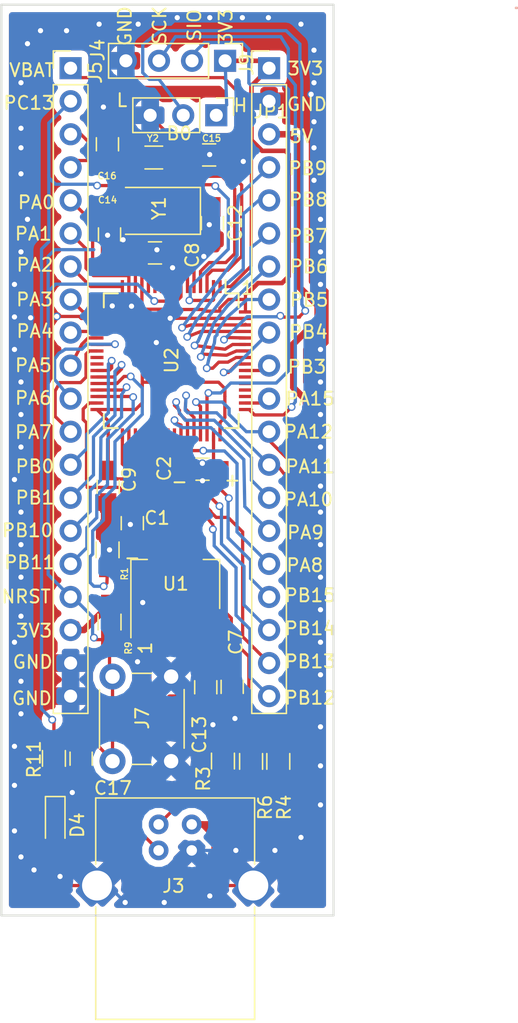
<source format=kicad_pcb>
(kicad_pcb (version 4) (host pcbnew 4.0.7)
  (layers (0 F.Cu signal) (31 B.Cu signal) (34 B.Paste user) (35 F.Paste user) (36 B.SilkS user) (37 F.SilkS user) (38 B.Mask user) (39 F.Mask user) (44 Edge.Cuts user))
  (net 0 "")
  (net 1 PC13)
  (net 2 GNDB)
  (net 3 OSCIN)
  (net 4 OSCOUT)
  (net 5 OSC32IN)
  (net 6 OSC32OUT)
  (net 7 NRST)
  (net 8 "Net-(J3-Pad2)")
  (net 9 "Net-(J3-Pad3)")
  (net 10 3V3B)
  (net 11 PA13)
  (net 12 PA14)
  (net 13 VBAT)
  (net 14 5VB)
  (net 15 PB9)
  (net 16 PA0)
  (net 17 PB8)
  (net 18 PA1)
  (net 19 PB7)
  (net 20 PA2)
  (net 21 PB5)
  (net 22 PA3)
  (net 23 PA4)
  (net 24 PB4)
  (net 25 PA5)
  (net 26 PB3)
  (net 27 PA6)
  (net 28 PA15)
  (net 29 PA7)
  (net 30 PA12)
  (net 31 PB0)
  (net 32 PA11)
  (net 33 PB1)
  (net 34 PA10)
  (net 35 PB10)
  (net 36 PA9)
  (net 37 PB11)
  (net 38 PA8)
  (net 39 PB15)
  (net 40 PB14)
  (net 41 PB13)
  (net 42 PB12)
  (net 43 BOOT0)
  (net 44 PB6)
  (net 45 "Net-(D4-Pad1)")
  (net 46 "Net-(C1-Pad2)")
  (net 47 "Net-(C2-Pad2)")
  (net 48 "Net-(R1-Pad1)")
  (module Pin_Headers:Pin_Header_Straight_1x20_Pitch2.54mm (layer F.Cu) (at 61.11 34.158)
    (fp_text reference J5 (at 1.882 0.3352 270) (layer F.SilkS))
    (fp_text value Conn_01x20)
    (pad 1 thru_hole rect (at 0 0) (size 1.7 1.7) (drill 1) (layers *.Cu *.Mask) (net 13 VBAT))
    (pad 2 thru_hole oval (at 0 2.54) (size 1.7 1.7) (drill 1) (layers *.Cu *.Mask) (net 1 PC13))
    (pad 3 thru_hole oval (at 0 5.08) (size 1.7 1.7) (drill 1) (layers *.Cu *.Mask) (net 5 OSC32IN))
    (pad 4 thru_hole oval (at 0 7.62) (size 1.7 1.7) (drill 1) (layers *.Cu *.Mask) (net 6 OSC32OUT))
    (pad 5 thru_hole oval (at 0 10.16) (size 1.7 1.7) (drill 1) (layers *.Cu *.Mask) (net 16 PA0))
    (pad 6 thru_hole oval (at 0 12.7) (size 1.7 1.7) (drill 1) (layers *.Cu *.Mask) (net 18 PA1))
    (pad 7 thru_hole oval (at 0 15.24) (size 1.7 1.7) (drill 1) (layers *.Cu *.Mask) (net 20 PA2))
    (pad 8 thru_hole oval (at 0 17.78) (size 1.7 1.7) (drill 1) (layers *.Cu *.Mask) (net 22 PA3))
    (pad 9 thru_hole oval (at 0 20.32) (size 1.7 1.7) (drill 1) (layers *.Cu *.Mask) (net 23 PA4))
    (pad 10 thru_hole oval (at 0 22.86) (size 1.7 1.7) (drill 1) (layers *.Cu *.Mask) (net 25 PA5))
    (pad 11 thru_hole oval (at 0 25.4) (size 1.7 1.7) (drill 1) (layers *.Cu *.Mask) (net 27 PA6))
    (pad 12 thru_hole oval (at 0 27.94) (size 1.7 1.7) (drill 1) (layers *.Cu *.Mask) (net 29 PA7))
    (pad 13 thru_hole oval (at 0 30.48) (size 1.7 1.7) (drill 1) (layers *.Cu *.Mask) (net 31 PB0))
    (pad 14 thru_hole oval (at 0 33.02) (size 1.7 1.7) (drill 1) (layers *.Cu *.Mask) (net 33 PB1))
    (pad 15 thru_hole oval (at 0 35.56) (size 1.7 1.7) (drill 1) (layers *.Cu *.Mask) (net 35 PB10))
    (pad 16 thru_hole oval (at 0 38.1) (size 1.7 1.7) (drill 1) (layers *.Cu *.Mask) (net 37 PB11))
    (pad 17 thru_hole oval (at 0 40.64) (size 1.7 1.7) (drill 1) (layers *.Cu *.Mask) (net 7 NRST))
    (pad 18 thru_hole oval (at 0 43.18) (size 1.7 1.7) (drill 1) (layers *.Cu *.Mask) (net 10 3V3B))
    (pad 19 thru_hole oval (at 0 45.72) (size 1.7 1.7) (drill 1) (layers *.Cu *.Mask) (net 2 GNDB))
    (pad 20 thru_hole oval (at 0 48.26) (size 1.7 1.7) (drill 1) (layers *.Cu *.Mask) (net 2 GNDB))
  )
  (module Buttons_Switches_THT:SW_PUSH_6mm (layer F.Cu) (at 64.328 87.416 90)
    (fp_text reference J7 (at 3.302 2.286 90) (layer F.SilkS))
    (fp_text value Conn_01x02)
    (pad 2 thru_hole circle (at 0 4.5 180) (size 2 2) (drill 1.1) (layers *.Cu *.Mask) (net 2 GNDB))
    (pad 1 thru_hole circle (at 0 0 180) (size 2 2) (drill 1.1) (layers *.Cu *.Mask) (net 7 NRST))
    (pad 2 thru_hole circle (at 6.5 4.5 180) (size 2 2) (drill 1.1) (layers *.Cu *.Mask) (net 2 GNDB))
    (pad 1 thru_hole circle (at 6.5 0 180) (size 2 2) (drill 1.1) (layers *.Cu *.Mask) (net 7 NRST))
  )
  (module Housings_QFP:LQFP-64_10x10mm_Pitch0.5mm (layer F.Cu) (at 68.834 56.642 270)
    (fp_text reference U2 (at -0.03048 -0.03048 270) (layer F.SilkS))
    (fp_text value STM32f405RGT6)
    (pad 1 smd rect (at -5.7 -3.75 270) (size 1 0.25) (layers F.Cu F.Paste F.Mask) (net 13 VBAT))
    (pad 2 smd rect (at -5.7 -3.25 270) (size 1 0.25) (layers F.Cu F.Paste F.Mask) (net 1 PC13))
    (pad 3 smd rect (at -5.7 -2.75 270) (size 1 0.25) (layers F.Cu F.Paste F.Mask) (net 5 OSC32IN))
    (pad 4 smd rect (at -5.7 -2.25 270) (size 1 0.25) (layers F.Cu F.Paste F.Mask) (net 6 OSC32OUT))
    (pad 5 smd rect (at -5.7 -1.75 270) (size 1 0.25) (layers F.Cu F.Paste F.Mask) (net 3 OSCIN))
    (pad 6 smd rect (at -5.7 -1.25 270) (size 1 0.25) (layers F.Cu F.Paste F.Mask) (net 4 OSCOUT))
    (pad 7 smd rect (at -5.7 -0.75 270) (size 1 0.25) (layers F.Cu F.Paste F.Mask) (net 7 NRST))
    (pad 8 smd rect (at -5.7 -0.25 270) (size 1 0.25) (layers F.Cu F.Paste F.Mask))
    (pad 9 smd rect (at -5.7 0.25 270) (size 1 0.25) (layers F.Cu F.Paste F.Mask))
    (pad 10 smd rect (at -5.7 0.75 270) (size 1 0.25) (layers F.Cu F.Paste F.Mask))
    (pad 11 smd rect (at -5.7 1.25 270) (size 1 0.25) (layers F.Cu F.Paste F.Mask))
    (pad 12 smd rect (at -5.7 1.75 270) (size 1 0.25) (layers F.Cu F.Paste F.Mask) (net 2 GNDB))
    (pad 13 smd rect (at -5.7 2.25 270) (size 1 0.25) (layers F.Cu F.Paste F.Mask) (net 10 3V3B))
    (pad 14 smd rect (at -5.7 2.75 270) (size 1 0.25) (layers F.Cu F.Paste F.Mask) (net 16 PA0))
    (pad 15 smd rect (at -5.7 3.25 270) (size 1 0.25) (layers F.Cu F.Paste F.Mask) (net 18 PA1))
    (pad 16 smd rect (at -5.7 3.75 270) (size 1 0.25) (layers F.Cu F.Paste F.Mask) (net 20 PA2))
    (pad 17 smd rect (at -3.75 5.7) (size 1 0.25) (layers F.Cu F.Paste F.Mask) (net 22 PA3))
    (pad 18 smd rect (at -3.25 5.7) (size 1 0.25) (layers F.Cu F.Paste F.Mask) (net 2 GNDB))
    (pad 19 smd rect (at -2.75 5.7) (size 1 0.25) (layers F.Cu F.Paste F.Mask) (net 10 3V3B))
    (pad 20 smd rect (at -2.25 5.7) (size 1 0.25) (layers F.Cu F.Paste F.Mask) (net 23 PA4))
    (pad 21 smd rect (at -1.75 5.7) (size 1 0.25) (layers F.Cu F.Paste F.Mask) (net 25 PA5))
    (pad 22 smd rect (at -1.25 5.7) (size 1 0.25) (layers F.Cu F.Paste F.Mask) (net 27 PA6))
    (pad 23 smd rect (at -0.75 5.7) (size 1 0.25) (layers F.Cu F.Paste F.Mask) (net 29 PA7))
    (pad 24 smd rect (at -0.25 5.7) (size 1 0.25) (layers F.Cu F.Paste F.Mask))
    (pad 25 smd rect (at 0.25 5.7) (size 1 0.25) (layers F.Cu F.Paste F.Mask))
    (pad 26 smd rect (at 0.75 5.7) (size 1 0.25) (layers F.Cu F.Paste F.Mask) (net 31 PB0))
    (pad 27 smd rect (at 1.25 5.7) (size 1 0.25) (layers F.Cu F.Paste F.Mask) (net 33 PB1))
    (pad 28 smd rect (at 1.75 5.7) (size 1 0.25) (layers F.Cu F.Paste F.Mask) (net 48 "Net-(R1-Pad1)"))
    (pad 29 smd rect (at 2.25 5.7) (size 1 0.25) (layers F.Cu F.Paste F.Mask) (net 35 PB10))
    (pad 30 smd rect (at 2.75 5.7) (size 1 0.25) (layers F.Cu F.Paste F.Mask) (net 37 PB11))
    (pad 31 smd rect (at 3.25 5.7) (size 1 0.25) (layers F.Cu F.Paste F.Mask) (net 46 "Net-(C1-Pad2)"))
    (pad 32 smd rect (at 3.75 5.7) (size 1 0.25) (layers F.Cu F.Paste F.Mask) (net 10 3V3B))
    (pad 33 smd rect (at 5.7 3.75 270) (size 1 0.25) (layers F.Cu F.Paste F.Mask) (net 42 PB12))
    (pad 34 smd rect (at 5.7 3.25 270) (size 1 0.25) (layers F.Cu F.Paste F.Mask) (net 41 PB13))
    (pad 35 smd rect (at 5.7 2.75 270) (size 1 0.25) (layers F.Cu F.Paste F.Mask) (net 40 PB14))
    (pad 36 smd rect (at 5.7 2.25 270) (size 1 0.25) (layers F.Cu F.Paste F.Mask) (net 39 PB15))
    (pad 37 smd rect (at 5.7 1.75 270) (size 1 0.25) (layers F.Cu F.Paste F.Mask))
    (pad 38 smd rect (at 5.7 1.25 270) (size 1 0.25) (layers F.Cu F.Paste F.Mask))
    (pad 39 smd rect (at 5.7 0.75 270) (size 1 0.25) (layers F.Cu F.Paste F.Mask))
    (pad 40 smd rect (at 5.7 0.25 270) (size 1 0.25) (layers F.Cu F.Paste F.Mask))
    (pad 41 smd rect (at 5.7 -0.25 270) (size 1 0.25) (layers F.Cu F.Paste F.Mask) (net 38 PA8))
    (pad 42 smd rect (at 5.7 -0.75 270) (size 1 0.25) (layers F.Cu F.Paste F.Mask) (net 36 PA9))
    (pad 43 smd rect (at 5.7 -1.25 270) (size 1 0.25) (layers F.Cu F.Paste F.Mask) (net 34 PA10))
    (pad 44 smd rect (at 5.7 -1.75 270) (size 1 0.25) (layers F.Cu F.Paste F.Mask) (net 32 PA11))
    (pad 45 smd rect (at 5.7 -2.25 270) (size 1 0.25) (layers F.Cu F.Paste F.Mask) (net 30 PA12))
    (pad 46 smd rect (at 5.7 -2.75 270) (size 1 0.25) (layers F.Cu F.Paste F.Mask) (net 11 PA13))
    (pad 47 smd rect (at 5.7 -3.25 270) (size 1 0.25) (layers F.Cu F.Paste F.Mask) (net 47 "Net-(C2-Pad2)"))
    (pad 48 smd rect (at 5.7 -3.75 270) (size 1 0.25) (layers F.Cu F.Paste F.Mask) (net 10 3V3B))
    (pad 49 smd rect (at 3.75 -5.7) (size 1 0.25) (layers F.Cu F.Paste F.Mask) (net 12 PA14))
    (pad 50 smd rect (at 3.25 -5.7) (size 1 0.25) (layers F.Cu F.Paste F.Mask) (net 28 PA15))
    (pad 51 smd rect (at 2.75 -5.7) (size 1 0.25) (layers F.Cu F.Paste F.Mask))
    (pad 52 smd rect (at 2.25 -5.7) (size 1 0.25) (layers F.Cu F.Paste F.Mask))
    (pad 53 smd rect (at 1.75 -5.7) (size 1 0.25) (layers F.Cu F.Paste F.Mask))
    (pad 54 smd rect (at 1.25 -5.7) (size 1 0.25) (layers F.Cu F.Paste F.Mask))
    (pad 55 smd rect (at 0.75 -5.7) (size 1 0.25) (layers F.Cu F.Paste F.Mask) (net 26 PB3))
    (pad 56 smd rect (at 0.25 -5.7) (size 1 0.25) (layers F.Cu F.Paste F.Mask) (net 24 PB4))
    (pad 57 smd rect (at -0.25 -5.7) (size 1 0.25) (layers F.Cu F.Paste F.Mask) (net 21 PB5))
    (pad 58 smd rect (at -0.75 -5.7) (size 1 0.25) (layers F.Cu F.Paste F.Mask) (net 44 PB6))
    (pad 59 smd rect (at -1.25 -5.7) (size 1 0.25) (layers F.Cu F.Paste F.Mask) (net 19 PB7))
    (pad 60 smd rect (at -1.75 -5.7) (size 1 0.25) (layers F.Cu F.Paste F.Mask) (net 43 BOOT0))
    (pad 61 smd rect (at -2.25 -5.7) (size 1 0.25) (layers F.Cu F.Paste F.Mask) (net 17 PB8))
    (pad 62 smd rect (at -2.75 -5.7) (size 1 0.25) (layers F.Cu F.Paste F.Mask) (net 15 PB9))
    (pad 63 smd rect (at -3.25 -5.7) (size 1 0.25) (layers F.Cu F.Paste F.Mask) (net 2 GNDB))
    (pad 64 smd rect (at -3.75 -5.7) (size 1 0.25) (layers F.Cu F.Paste F.Mask) (net 10 3V3B))
  )
  (module Pin_Headers:Pin_Header_Straight_1x20_Pitch2.54mm (layer F.Cu) (at 76.35 34.158)
    (fp_text reference J9 (at -1.7248 -0.2744 90) (layer F.SilkS))
    (fp_text value Conn_01x20)
    (pad 1 thru_hole rect (at 0 0) (size 1.7 1.7) (drill 1) (layers *.Cu *.Mask) (net 10 3V3B))
    (pad 2 thru_hole oval (at 0 2.54) (size 1.7 1.7) (drill 1) (layers *.Cu *.Mask) (net 2 GNDB))
    (pad 3 thru_hole oval (at 0 5.08) (size 1.7 1.7) (drill 1) (layers *.Cu *.Mask) (net 14 5VB))
    (pad 4 thru_hole oval (at 0 7.62) (size 1.7 1.7) (drill 1) (layers *.Cu *.Mask) (net 15 PB9))
    (pad 5 thru_hole oval (at 0 10.16) (size 1.7 1.7) (drill 1) (layers *.Cu *.Mask) (net 17 PB8))
    (pad 6 thru_hole oval (at 0 12.7) (size 1.7 1.7) (drill 1) (layers *.Cu *.Mask) (net 19 PB7))
    (pad 7 thru_hole oval (at 0 15.24) (size 1.7 1.7) (drill 1) (layers *.Cu *.Mask) (net 44 PB6))
    (pad 8 thru_hole oval (at 0 17.78) (size 1.7 1.7) (drill 1) (layers *.Cu *.Mask) (net 21 PB5))
    (pad 9 thru_hole oval (at 0 20.32) (size 1.7 1.7) (drill 1) (layers *.Cu *.Mask) (net 24 PB4))
    (pad 10 thru_hole oval (at 0 22.86) (size 1.7 1.7) (drill 1) (layers *.Cu *.Mask) (net 26 PB3))
    (pad 11 thru_hole oval (at 0 25.4) (size 1.7 1.7) (drill 1) (layers *.Cu *.Mask) (net 28 PA15))
    (pad 12 thru_hole oval (at 0 27.94) (size 1.7 1.7) (drill 1) (layers *.Cu *.Mask) (net 30 PA12))
    (pad 13 thru_hole oval (at 0 30.48) (size 1.7 1.7) (drill 1) (layers *.Cu *.Mask) (net 32 PA11))
    (pad 14 thru_hole oval (at 0 33.02) (size 1.7 1.7) (drill 1) (layers *.Cu *.Mask) (net 34 PA10))
    (pad 15 thru_hole oval (at 0 35.56) (size 1.7 1.7) (drill 1) (layers *.Cu *.Mask) (net 36 PA9))
    (pad 16 thru_hole oval (at 0 38.1) (size 1.7 1.7) (drill 1) (layers *.Cu *.Mask) (net 38 PA8))
    (pad 17 thru_hole oval (at 0 40.64) (size 1.7 1.7) (drill 1) (layers *.Cu *.Mask) (net 39 PB15))
    (pad 18 thru_hole oval (at 0 43.18) (size 1.7 1.7) (drill 1) (layers *.Cu *.Mask) (net 40 PB14))
    (pad 19 thru_hole oval (at 0 45.72) (size 1.7 1.7) (drill 1) (layers *.Cu *.Mask) (net 41 PB13))
    (pad 20 thru_hole oval (at 0 48.26) (size 1.7 1.7) (drill 1) (layers *.Cu *.Mask) (net 42 PB12))
  )
  (module Pin_Headers:Pin_Header_Straight_1x04_Pitch2.54mm (layer F.Cu) (at 72.9742 33.5915 270)
    (fp_text reference J4 (at -0.8255 9.779 450) (layer F.SilkS))
    (fp_text value Conn_01x04)
    (pad 1 thru_hole rect (at 0 0 270) (size 1.7 1.7) (drill 1) (layers *.Cu *.Mask) (net 10 3V3B))
    (pad 2 thru_hole oval (at 0 2.54 270) (size 1.7 1.7) (drill 1) (layers *.Cu *.Mask) (net 11 PA13))
    (pad 3 thru_hole oval (at 0 5.08 270) (size 1.7 1.7) (drill 1) (layers *.Cu *.Mask) (net 12 PA14))
    (pad 4 thru_hole oval (at 0 7.62 270) (size 1.7 1.7) (drill 1) (layers *.Cu *.Mask) (net 2 GNDB))
  )
  (module Connectors:USB_B (layer F.Cu) (at 70.408 92.276 270)
    (fp_text reference J3 (at 4.7371 1.397 360) (layer F.SilkS))
    (fp_text value USB_B)
    (pad 2 thru_hole circle (at 0 2.54 180) (size 1.52 1.52) (drill 0.81) (layers *.Cu *.Mask) (net 8 "Net-(J3-Pad2)"))
    (pad 1 thru_hole circle (at 0 0 180) (size 1.52 1.52) (drill 0.81) (layers *.Cu *.Mask) (net 14 5VB))
    (pad 4 thru_hole circle (at 2 0 180) (size 1.52 1.52) (drill 0.81) (layers *.Cu *.Mask) (net 2 GNDB))
    (pad 3 thru_hole circle (at 2 2.54 180) (size 1.52 1.52) (drill 0.81) (layers *.Cu *.Mask) (net 9 "Net-(J3-Pad3)"))
    (pad 5 thru_hole circle (at 4.7 7.27 180) (size 2.7 2.7) (drill 2.3) (layers *.Cu *.Mask) (net 2 GNDB))
    (pad 5 thru_hole circle (at 4.7 -4.73 180) (size 2.7 2.7) (drill 2.3) (layers *.Cu *.Mask) (net 2 GNDB))
  )
  (module Pin_Headers:Pin_Header_Straight_1x03_Pitch2.54mm (layer F.Cu) (at 72.298 37.776 270)
    (fp_text reference JP1 (at -0.2794 -4.2164 360) (layer F.SilkS))
    (fp_text value Jumper_NC_Dual)
    (pad 1 thru_hole rect (at 0 0 270) (size 1.7 1.7) (drill 1) (layers *.Cu *.Mask) (net 10 3V3B))
    (pad 2 thru_hole oval (at 0 2.54 270) (size 1.7 1.7) (drill 1) (layers *.Cu *.Mask) (net 43 BOOT0))
    (pad 3 thru_hole oval (at 0 5.08 270) (size 1.7 1.7) (drill 1) (layers *.Cu *.Mask) (net 2 GNDB))
  )
  (module Capacitors_SMD:C_0805_HandSoldering (layer F.Cu) (at 65.848 69.126 90)
    (fp_text reference C1 (at 0.4 1.9 180) (layer F.SilkS))
    (fp_text value "2.2 uF")
    (pad 1 smd rect (at -1.25 0 90) (size 1.5 1.25) (layers F.Cu F.Paste F.Mask) (net 2 GNDB))
    (pad 2 smd rect (at 1.25 0 90) (size 1.5 1.25) (layers F.Cu F.Paste F.Mask) (net 46 "Net-(C1-Pad2)"))
  )
  (module Capacitors_SMD:C_0805_HandSoldering (layer F.Cu) (at 71.238 64.976)
    (fp_text reference C2 (at -2.94 -0.05 90) (layer F.SilkS))
    (fp_text value "2.2 uF")
    (pad 1 smd rect (at -1.25 0) (size 1.5 1.25) (layers F.Cu F.Paste F.Mask) (net 2 GNDB))
    (pad 2 smd rect (at 1.25 0) (size 1.5 1.25) (layers F.Cu F.Paste F.Mask) (net 47 "Net-(C2-Pad2)"))
  )
  (module Capacitors_SMD:C_0805_HandSoldering (layer F.Cu) (at 73.518 81.706 270)
    (fp_text reference C7 (at -3.43 -0.28 270) (layer F.SilkS))
    (fp_text value "1 uF")
    (pad 1 smd rect (at -1.25 0 270) (size 1.5 1.25) (layers F.Cu F.Paste F.Mask) (net 14 5VB))
    (pad 2 smd rect (at 1.25 0 270) (size 1.5 1.25) (layers F.Cu F.Paste F.Mask) (net 2 GNDB))
  )
  (module Capacitors_SMD:C_0805_HandSoldering (layer F.Cu) (at 67.588 48.356 180)
    (fp_text reference C8 (at -2.86 -0.17 270) (layer F.SilkS))
    (fp_text value "0.1 uF")
    (pad 1 smd rect (at -1.25 0 180) (size 1.5 1.25) (layers F.Cu F.Paste F.Mask) (net 2 GNDB))
    (pad 2 smd rect (at 1.25 0 180) (size 1.5 1.25) (layers F.Cu F.Paste F.Mask) (net 10 3V3B))
  )
  (module Capacitors_SMD:C_0805_HandSoldering (layer F.Cu) (at 63.998 66.326 90)
    (fp_text reference C9 (at 0.55 1.6 270) (layer F.SilkS))
    (fp_text value "0.1 uF")
    (pad 1 smd rect (at -1.25 0 90) (size 1.5 1.25) (layers F.Cu F.Paste F.Mask) (net 2 GNDB))
    (pad 2 smd rect (at 1.25 0 90) (size 1.5 1.25) (layers F.Cu F.Paste F.Mask) (net 10 3V3B))
  )
  (module Capacitors_SMD:C_0805_HandSoldering (layer F.Cu) (at 71.998 46.066 270)
    (fp_text reference C12 (at 0 -1.75 270) (layer F.SilkS))
    (fp_text value "20 pF")
    (pad 1 smd rect (at -1.25 0 270) (size 1.5 1.25) (layers F.Cu F.Paste F.Mask) (net 3 OSCIN))
    (pad 2 smd rect (at 1.25 0 270) (size 1.5 1.25) (layers F.Cu F.Paste F.Mask) (net 2 GNDB))
  )
  (module Capacitors_SMD:C_0805_HandSoldering (layer F.Cu) (at 71.488 81.736 270)
    (fp_text reference C13 (at 3.64 0.49 450) (layer F.SilkS))
    (fp_text value "1 uF")
    (pad 1 smd rect (at -1.25 0 270) (size 1.5 1.25) (layers F.Cu F.Paste F.Mask) (net 10 3V3B))
    (pad 2 smd rect (at 1.25 0 270) (size 1.5 1.25) (layers F.Cu F.Paste F.Mask) (net 2 GNDB))
  )
  (module Capacitors_SMD:C_0805_HandSoldering (layer F.Cu) (at 64.098 46.936 270)
    (fp_text reference C14 (at -2.65 0.15 360) (layer F.SilkS) (effects (font (size 0.5 0.5) (thickness 0.1))))
    (fp_text value "20 pF")
    (pad 1 smd rect (at -1.25 0 270) (size 1.5 1.25) (layers F.Cu F.Paste F.Mask) (net 4 OSCOUT))
    (pad 2 smd rect (at 1.25 0 270) (size 1.5 1.25) (layers F.Cu F.Paste F.Mask) (net 2 GNDB))
  )
  (module Capacitors_SMD:C_0805_HandSoldering (layer F.Cu) (at 71.748 40.826)
    (fp_text reference C15 (at 0.19 -1.28 180) (layer F.SilkS) (effects (font (size 0.5 0.5) (thickness 0.1))))
    (fp_text value "20 pF")
    (pad 1 smd rect (at -1.25 0) (size 1.5 1.25) (layers F.Cu F.Paste F.Mask) (net 5 OSC32IN))
    (pad 2 smd rect (at 1.25 0) (size 1.5 1.25) (layers F.Cu F.Paste F.Mask) (net 2 GNDB))
  )
  (module Capacitors_SMD:C_0805_HandSoldering (layer F.Cu) (at 63.938 40.006 90)
    (fp_text reference C16 (at -2.43 -0.03 180) (layer F.SilkS) (effects (font (size 0.5 0.5) (thickness 0.1))))
    (fp_text value "20 pF")
    (pad 1 smd rect (at -1.25 0 90) (size 1.5 1.25) (layers F.Cu F.Paste F.Mask) (net 6 OSC32OUT))
    (pad 2 smd rect (at 1.25 0 90) (size 1.5 1.25) (layers F.Cu F.Paste F.Mask) (net 2 GNDB))
  )
  (module Capacitors_SMD:C_0805_HandSoldering (layer F.Cu) (at 61.918 87.226 270)
    (fp_text reference C17 (at 2.26 -2.44 360) (layer F.SilkS))
    (fp_text value "10 nF")
    (pad 1 smd rect (at -1.25 0 270) (size 1.5 1.25) (layers F.Cu F.Paste F.Mask) (net 7 NRST))
    (pad 2 smd rect (at 1.25 0 270) (size 1.5 1.25) (layers F.Cu F.Paste F.Mask) (net 2 GNDB))
  )
  (module LEDs:LED_0805_HandSoldering (layer F.Cu) (at 59.928 92.336 270)
    (fp_text reference D4 (at 0 -1.7 270) (layer F.SilkS))
    (fp_text value LED)
    (pad 1 smd rect (at -1.35 0 270) (size 1.5 1.3) (layers F.Cu F.Paste F.Mask) (net 45 "Net-(D4-Pad1)"))
    (pad 2 smd rect (at 1.35 0 270) (size 1.5 1.3) (layers F.Cu F.Paste F.Mask) (net 10 3V3B))
  )
  (module Resistors_SMD:R_0805_HandSoldering (layer F.Cu) (at 63.948 71.176 90)
    (fp_text reference R1 (at -1.85 1.3 90) (layer F.SilkS) (effects (font (size 0.5 0.5) (thickness 0.1))))
    (fp_text value 100k)
    (pad 1 smd rect (at -1.35 0 90) (size 1.5 1.3) (layers F.Cu F.Paste F.Mask) (net 48 "Net-(R1-Pad1)"))
    (pad 2 smd rect (at 1.35 0 90) (size 1.5 1.3) (layers F.Cu F.Paste F.Mask) (net 2 GNDB))
  )
  (module Resistors_SMD:R_0805_HandSoldering (layer F.Cu) (at 72.808 87.406 270)
    (fp_text reference R3 (at 1.37 1.51 270) (layer F.SilkS))
    (fp_text value 1.5k)
    (pad 1 smd rect (at -1.35 0 270) (size 1.5 1.3) (layers F.Cu F.Paste F.Mask) (net 10 3V3B))
    (pad 2 smd rect (at 1.35 0 270) (size 1.5 1.3) (layers F.Cu F.Paste F.Mask) (net 9 "Net-(J3-Pad3)"))
  )
  (module Resistors_SMD:R_0805_HandSoldering (layer F.Cu) (at 77.058 87.436 270)
    (fp_text reference R4 (at 3.54 -0.44 270) (layer F.SilkS))
    (fp_text value 22R)
    (pad 1 smd rect (at -1.35 0 270) (size 1.5 1.3) (layers F.Cu F.Paste F.Mask) (net 30 PA12))
    (pad 2 smd rect (at 1.35 0 270) (size 1.5 1.3) (layers F.Cu F.Paste F.Mask) (net 9 "Net-(J3-Pad3)"))
  )
  (module Resistors_SMD:R_0805_HandSoldering (layer F.Cu) (at 74.968 87.436 270)
    (fp_text reference R6 (at 3.54 -1.08 270) (layer F.SilkS))
    (fp_text value 22R)
    (pad 1 smd rect (at -1.35 0 270) (size 1.5 1.3) (layers F.Cu F.Paste F.Mask) (net 32 PA11))
    (pad 2 smd rect (at 1.35 0 270) (size 1.5 1.3) (layers F.Cu F.Paste F.Mask) (net 8 "Net-(J3-Pad2)"))
  )
  (module Resistors_SMD:R_0805_HandSoldering (layer F.Cu) (at 64.098 76.726 270)
    (fp_text reference R9 (at 2 -1.45 270) (layer F.SilkS) (effects (font (size 0.5 0.5) (thickness 0.1))))
    (fp_text value 1.5k)
    (pad 1 smd rect (at -1.35 0 270) (size 1.5 1.3) (layers F.Cu F.Paste F.Mask) (net 10 3V3B))
    (pad 2 smd rect (at 1.35 0 270) (size 1.5 1.3) (layers F.Cu F.Paste F.Mask) (net 7 NRST))
  )
  (module Resistors_SMD:R_0805_HandSoldering (layer F.Cu) (at 59.828 87.206 270)
    (fp_text reference R11 (at 0.07 1.53 270) (layer F.SilkS))
    (fp_text value 470R)
    (pad 1 smd rect (at -1.35 0 270) (size 1.5 1.3) (layers F.Cu F.Paste F.Mask) (net 1 PC13))
    (pad 2 smd rect (at 1.35 0 270) (size 1.5 1.3) (layers F.Cu F.Paste F.Mask) (net 45 "Net-(D4-Pad1)"))
  )
  (module TO_SOT_Packages_SMD:SOT-223-3_TabPin2 (layer F.Cu) (at 69.148 73.826 90)
    (fp_text reference U1 (at 0.04 0.03 180) (layer F.SilkS))
    (fp_text value LM1117-3.3)
    (pad 2 smd rect (at 3.15 0 90) (size 2 3.8) (layers F.Cu F.Paste F.Mask) (net 10 3V3B))
    (pad 2 smd rect (at -3.15 0 90) (size 2 1.5) (layers F.Cu F.Paste F.Mask) (net 10 3V3B))
    (pad 3 smd rect (at -3.15 2.3 90) (size 2 1.5) (layers F.Cu F.Paste F.Mask) (net 14 5VB))
    (pad 1 smd rect (at -3.15 -2.3 90) (size 2 1.5) (layers F.Cu F.Paste F.Mask) (net 2 GNDB))
  )
  (module Crystals:Crystal_SMD_5032-2pin_5.0x3.2mm (layer F.Cu) (at 68.028 45.126 180)
    (fp_text reference Y1 (at 0.13 0.2 270) (layer F.SilkS))
    (fp_text value "8 MHz")
    (pad 1 smd rect (at -1.85 0 180) (size 2 2.4) (layers F.Cu F.Paste F.Mask) (net 3 OSCIN))
    (pad 2 smd rect (at 1.85 0 180) (size 2 2.4) (layers F.Cu F.Paste F.Mask) (net 4 OSCOUT))
  )
  (module Crystals:Crystal_SMD_3215-2pin_3.2x1.5mm (layer F.Cu) (at 67.498 41.026 180)
    (fp_text reference Y2 (at 0.07 1.48 360) (layer F.SilkS) (effects (font (size 0.5 0.5) (thickness 0.1))))
    (fp_text value Crystal)
    (pad 1 smd rect (at 1.25 0 180) (size 1 1.8) (layers F.Cu F.Paste F.Mask) (net 6 OSC32OUT))
    (pad 2 smd rect (at -1.25 0 180) (size 1 1.8) (layers F.Cu F.Paste F.Mask) (net 5 OSC32IN))
  )
  (gr_line (start 55.798 99.276) (end 55.798 29.276) (angle 90) (layer Edge.Cuts) (width 0.15))
  (gr_line (start 81.298 99.276) (end 55.798 99.276) (angle 90) (layer Edge.Cuts) (width 0.15))
  (gr_line (start 81.298 29.276) (end 81.298 99.276) (angle 90) (layer Edge.Cuts) (width 0.15))
  (gr_line (start 55.798 29.276) (end 81.298 29.276) (angle 90) (layer Edge.Cuts) (width 0.15))
  (gr_text + (at 73.533 65.786) (layer F.SilkS) (effects (font (size 1 1))))
  (gr_text - (at 69.469 65.913) (layer F.SilkS) (effects (font (size 1 1))))
  (gr_text - (at 65.8495 71.755) (layer F.SilkS) (effects (font (size 1 1))))
  (gr_text 1 (at 66.848 78.726 90) (layer F.SilkS) (effects (font (size 1 1))))
  (gr_text 1 (at 74.676 51.054) (layer F.SilkS) (effects (font (size 1 1))))
  (gr_line (start 95.3135 29.5275) (end 95.377 29.5275) (angle 90) (layer B.SilkS) (width 0.2))
  (gr_text B0 (at 69.448 39.176) (layer F.SilkS) (effects (font (size 1 1))))
  (gr_text L (at 65.048 36.626) (layer F.SilkS) (effects (font (size 1 1))))
  (gr_text H (at 74.148 36.926 180) (layer F.SilkS) (effects (font (size 1 1))))
  (gr_text SCK (at 67.945 30.861 90) (layer F.SilkS) (effects (font (size 1 1))))
  (gr_text SIO (at 70.612 30.861 90) (layer F.SilkS) (effects (font (size 1 1))))
  (gr_text GND (at 65.278 30.9245 90) (layer F.SilkS) (effects (font (size 1 1))))
  (gr_text 3V3 (at 73.025 30.988 90) (layer F.SilkS) (effects (font (size 1 1))))
  (gr_text 3V3 (at 79.1464 34.1884) (layer F.SilkS) (effects (font (size 1 1))))
  (gr_text GND (at 79.2607 36.9316) (layer F.SilkS) (effects (font (size 1 1))))
  (gr_text 5V (at 78.8162 39.3954) (layer F.SilkS) (effects (font (size 1 1))))
  (gr_text PB9 (at 79.3242 41.8592) (layer F.SilkS) (effects (font (size 1 1))))
  (gr_text PB8 (at 79.375 44.2595) (layer F.SilkS) (effects (font (size 1 1))))
  (gr_text PB7 (at 79.375 47.0535) (layer F.SilkS) (effects (font (size 1 1))))
  (gr_text PB6 (at 79.4258 49.403) (layer F.SilkS) (effects (font (size 1 1))))
  (gr_text PB5 (at 79.4258 51.9684) (layer F.SilkS) (effects (font (size 1 1))))
  (gr_text PB4 (at 79.375 54.4322) (layer F.SilkS) (effects (font (size 1 1))))
  (gr_text PB3 (at 79.2607 57.1119) (layer F.SilkS) (effects (font (size 1 1))))
  (gr_text PA15 (at 79.502 59.563) (layer F.SilkS) (effects (font (size 1 1))))
  (gr_text PA12 (at 79.375 62.103) (layer F.SilkS) (effects (font (size 1 1))))
  (gr_text PA11 (at 79.502 64.77) (layer F.SilkS) (effects (font (size 1 1))))
  (gr_text PA10 (at 79.375 67.31) (layer F.SilkS) (effects (font (size 1 1))))
  (gr_text PA9 (at 79.1464 69.85) (layer F.SilkS) (effects (font (size 1 1))))
  (gr_text PA8 (at 79.0956 72.3646) (layer F.SilkS) (effects (font (size 1 1))))
  (gr_text PB15 (at 79.502 74.676) (layer F.SilkS) (effects (font (size 1 1))))
  (gr_text PB14 (at 79.502 77.216) (layer F.SilkS) (effects (font (size 1 1))))
  (gr_text PB13 (at 79.502 79.756) (layer F.SilkS) (effects (font (size 1 1))))
  (gr_text PB12 (at 79.502 82.55) (layer F.SilkS) (effects (font (size 1 1))))
  (gr_text GND (at 58.1406 82.59064) (layer F.SilkS) (effects (font (size 1 1))))
  (gr_text GND (at 58.19648 79.79664) (layer F.SilkS) (effects (font (size 1 1))))
  (gr_text 3V3 (at 58.30824 77.3938) (layer F.SilkS) (effects (font (size 1 1))))
  (gr_text NRST (at 57.69356 74.76744) (layer F.SilkS) (effects (font (size 1 1))))
  (gr_text PB11 (at 57.97296 72.14108) (layer F.SilkS) (effects (font (size 1 1))))
  (gr_text PB10 (at 57.80532 69.68236) (layer F.SilkS) (effects (font (size 1 1))))
  (gr_text PB1 (at 58.36412 67.16776) (layer F.SilkS) (effects (font (size 1 1))))
  (gr_text PB0 (at 58.36412 64.76492) (layer F.SilkS) (effects (font (size 1 1))))
  (gr_text PA7 (at 58.25236 62.13856) (layer F.SilkS) (effects (font (size 1 1))))
  (gr_text PA6 (at 58.25236 59.5122) (layer F.SilkS) (effects (font (size 1 1))))
  (gr_text PA5 (at 58.25236 56.9976) (layer F.SilkS) (effects (font (size 1 1))))
  (gr_text PA4 (at 58.36412 54.37124) (layer F.SilkS) (effects (font (size 1 1))))
  (gr_text PA3 (at 58.3438 51.943) (layer F.SilkS) (effects (font (size 1 1))))
  (gr_text PA2 (at 58.3692 49.276) (layer F.SilkS) (effects (font (size 1 1))))
  (gr_text PA1 (at 58.2422 46.8884) (layer F.SilkS) (effects (font (size 1 1))))
  (gr_text PA0 (at 58.4708 44.4754) (layer F.SilkS) (effects (font (size 1 1))))
  (gr_text PC13 (at 57.912 36.83) (layer F.SilkS) (effects (font (size 1 1))))
  (gr_text VBAT (at 58.1406 34.3154) (layer F.SilkS) (effects (font (size 1 1))))
  (segment (start 58.8772 83.386) (end 58.8772 83.4052) (width 0.25) (layer B.Cu) (net 1))
  (segment (start 59.828 84.356) (end 59.828 85.856) (width 0.25) (layer F.Cu) (net 1))
  (segment (start 59.698 84.226) (end 59.828 84.356) (width 0.25) (layer F.Cu) (net 1))
  (via (at 59.698 84.226) (size 0.6) (drill 0.4) (layers F.Cu B.Cu) (net 1))
  (segment (start 58.8772 83.4052) (end 59.698 84.226) (width 0.25) (layer B.Cu) (net 1))
  (segment (start 58.8772 48.0568) (end 58.8772 83.386) (width 0.25) (layer B.Cu) (net 1))
  (segment (start 73.2155 45.096) (end 73.2155 44.2135) (width 0.25) (layer B.Cu) (net 1))
  (segment (start 59.436 42.5704) (end 59.436 42.3164) (width 0.25) (layer B.Cu) (net 1))
  (segment (start 59.944 43.0784) (end 59.436 42.5704) (width 0.25) (layer B.Cu) (net 1))
  (segment (start 63.0428 43.0784) (end 59.944 43.0784) (width 0.25) (layer B.Cu) (net 1))
  (segment (start 63.1444 43.18) (end 63.0428 43.0784) (width 0.25) (layer B.Cu) (net 1))
  (via (at 63.1444 43.18) (size 0.6) (drill 0.4) (layers F.Cu B.Cu) (net 1))
  (segment (start 64.094 43.18) (end 63.1444 43.18) (width 0.25) (layer F.Cu) (net 1))
  (segment (start 64.158 43.116) (end 64.094 43.18) (width 0.25) (layer F.Cu) (net 1))
  (segment (start 72.118 43.116) (end 64.158 43.116) (width 0.25) (layer F.Cu) (net 1))
  (segment (start 72.218 43.216) (end 72.118 43.116) (width 0.25) (layer F.Cu) (net 1))
  (via (at 72.218 43.216) (size 0.6) (drill 0.4) (layers F.Cu B.Cu) (net 1))
  (segment (start 73.2155 44.2135) (end 72.218 43.216) (width 0.25) (layer B.Cu) (net 1))
  (segment (start 72.084 50.942) (end 72.084 51.9545) (width 0.25) (layer F.Cu) (net 1))
  (segment (start 73.2155 48.0695) (end 73.2155 45.096) (width 0.25) (layer B.Cu) (net 1))
  (segment (start 73.2155 45.096) (end 73.2155 44.8945) (width 0.25) (layer B.Cu) (net 1))
  (segment (start 72.084 51.9545) (end 72.032 52.0065) (width 0.25) (layer F.Cu) (net 1))
  (segment (start 72.032 52.0065) (end 70.231 52.0065) (width 0.25) (layer F.Cu) (net 1))
  (via (at 70.231 52.0065) (size 0.6) (drill 0.4) (layers F.Cu B.Cu) (net 1))
  (segment (start 70.231 52.0065) (end 70.2945 51.943) (width 0.25) (layer B.Cu) (net 1))
  (segment (start 70.2945 51.943) (end 70.2945 50.9905) (width 0.25) (layer B.Cu) (net 1))
  (segment (start 70.2945 50.9905) (end 73.2155 48.0695) (width 0.25) (layer B.Cu) (net 1))
  (segment (start 59.436 47.498) (end 58.8772 48.0568) (width 0.25) (layer B.Cu) (net 1))
  (segment (start 59.436 42.3164) (end 59.436 47.498) (width 0.25) (layer B.Cu) (net 1))
  (segment (start 61.3995 36.698) (end 61.11 36.698) (width 0.25) (layer F.Cu) (net 1))
  (segment (start 59.436 38.372) (end 61.11 36.698) (width 0.25) (layer B.Cu) (net 1))
  (segment (start 59.436 42.3164) (end 59.436 38.372) (width 0.25) (layer B.Cu) (net 1))
  (segment (start 67.218 37.776) (end 67.218 37.836) (width 0.25) (layer F.Cu) (net 2))
  (segment (start 67.218 37.836) (end 68.978 39.596) (width 0.25) (layer F.Cu) (net 2))
  (segment (start 68.978 39.596) (end 72.228 39.596) (width 0.25) (layer F.Cu) (net 2))
  (segment (start 72.228 39.596) (end 72.998 40.366) (width 0.25) (layer F.Cu) (net 2))
  (segment (start 72.998 40.366) (end 72.998 40.826) (width 0.25) (layer F.Cu) (net 2))
  (segment (start 72.998 40.826) (end 71.818 40.826) (width 0.25) (layer F.Cu) (net 2))
  (via (at 71.788 40.796) (size 0.6) (drill 0.4) (layers F.Cu B.Cu) (net 2))
  (segment (start 71.818 40.826) (end 71.788 40.796) (width 0.25) (layer F.Cu) (net 2))
  (segment (start 72.998 40.826) (end 73.868 40.826) (width 0.25) (layer F.Cu) (net 2))
  (via (at 74.368 41.326) (size 0.6) (drill 0.4) (layers F.Cu B.Cu) (net 2))
  (segment (start 73.868 40.826) (end 74.368 41.326) (width 0.25) (layer F.Cu) (net 2))
  (segment (start 63.138 96.976) (end 63.998 96.976) (width 0.25) (layer B.Cu) (net 2))
  (segment (start 63.998 96.976) (end 65.298 98.276) (width 0.25) (layer B.Cu) (net 2))
  (segment (start 72.598 96.976) (end 75.138 96.976) (width 0.25) (layer F.Cu) (net 2))
  (segment (start 71.798 97.776) (end 72.598 96.976) (width 0.25) (layer F.Cu) (net 2))
  (via (at 71.798 97.776) (size 0.6) (drill 0.4) (layers F.Cu B.Cu) (net 2))
  (segment (start 68.798 97.776) (end 71.798 97.776) (width 0.25) (layer B.Cu) (net 2))
  (segment (start 68.298 98.276) (end 68.798 97.776) (width 0.25) (layer B.Cu) (net 2))
  (via (at 68.298 98.276) (size 0.6) (drill 0.4) (layers F.Cu B.Cu) (net 2))
  (segment (start 65.298 98.276) (end 68.298 98.276) (width 0.25) (layer F.Cu) (net 2))
  (via (at 65.298 98.276) (size 0.6) (drill 0.4) (layers F.Cu B.Cu) (net 2))
  (segment (start 63.138 96.976) (end 60.998 96.976) (width 0.25) (layer F.Cu) (net 2))
  (via (at 73.798 94.276) (size 0.6) (drill 0.4) (layers F.Cu B.Cu) (net 2))
  (segment (start 73.798 94.276) (end 76.798 94.276) (width 0.25) (layer F.Cu) (net 2))
  (via (at 76.798 94.276) (size 0.6) (drill 0.4) (layers F.Cu B.Cu) (net 2))
  (segment (start 76.798 94.276) (end 77.798 93.276) (width 0.25) (layer B.Cu) (net 2))
  (segment (start 77.798 93.276) (end 78.798 93.276) (width 0.25) (layer B.Cu) (net 2))
  (via (at 78.798 93.276) (size 0.6) (drill 0.4) (layers F.Cu B.Cu) (net 2))
  (segment (start 78.798 93.276) (end 80.298 91.776) (width 0.25) (layer F.Cu) (net 2))
  (segment (start 80.298 91.776) (end 80.298 90.776) (width 0.25) (layer F.Cu) (net 2))
  (via (at 80.298 90.776) (size 0.6) (drill 0.4) (layers F.Cu B.Cu) (net 2))
  (segment (start 80.298 90.776) (end 80.298 87.776) (width 0.25) (layer B.Cu) (net 2))
  (via (at 80.298 87.776) (size 0.6) (drill 0.4) (layers F.Cu B.Cu) (net 2))
  (segment (start 80.298 87.776) (end 80.298 84.776) (width 0.25) (layer F.Cu) (net 2))
  (via (at 80.298 84.776) (size 0.6) (drill 0.4) (layers F.Cu B.Cu) (net 2))
  (segment (start 80.298 84.776) (end 80.298 80.776) (width 0.25) (layer B.Cu) (net 2))
  (via (at 80.298 80.776) (size 0.6) (drill 0.4) (layers F.Cu B.Cu) (net 2))
  (segment (start 80.298 80.776) (end 80.298 78.276) (width 0.25) (layer F.Cu) (net 2))
  (via (at 80.298 78.276) (size 0.6) (drill 0.4) (layers F.Cu B.Cu) (net 2))
  (segment (start 80.298 78.276) (end 80.298 75.776) (width 0.25) (layer B.Cu) (net 2))
  (via (at 80.298 75.776) (size 0.6) (drill 0.4) (layers F.Cu B.Cu) (net 2))
  (segment (start 80.298 75.776) (end 80.298 73.276) (width 0.25) (layer F.Cu) (net 2))
  (via (at 80.298 73.276) (size 0.6) (drill 0.4) (layers F.Cu B.Cu) (net 2))
  (segment (start 80.298 73.276) (end 80.298 70.776) (width 0.25) (layer B.Cu) (net 2))
  (via (at 80.298 70.776) (size 0.6) (drill 0.4) (layers F.Cu B.Cu) (net 2))
  (segment (start 80.298 70.776) (end 80.298 68.276) (width 0.25) (layer F.Cu) (net 2))
  (via (at 80.298 68.276) (size 0.6) (drill 0.4) (layers F.Cu B.Cu) (net 2))
  (segment (start 80.298 68.276) (end 80.298 66.276) (width 0.25) (layer B.Cu) (net 2))
  (via (at 80.298 66.276) (size 0.6) (drill 0.4) (layers F.Cu B.Cu) (net 2))
  (segment (start 80.298 66.276) (end 80.298 63.276) (width 0.25) (layer F.Cu) (net 2))
  (via (at 80.298 63.276) (size 0.6) (drill 0.4) (layers F.Cu B.Cu) (net 2))
  (segment (start 80.298 63.276) (end 80.298 60.776) (width 0.25) (layer B.Cu) (net 2))
  (via (at 80.298 60.776) (size 0.6) (drill 0.4) (layers F.Cu B.Cu) (net 2))
  (segment (start 80.298 60.776) (end 80.298 58.276) (width 0.25) (layer F.Cu) (net 2))
  (via (at 80.298 58.276) (size 0.6) (drill 0.4) (layers F.Cu B.Cu) (net 2))
  (segment (start 80.298 58.276) (end 80.298 55.776) (width 0.25) (layer B.Cu) (net 2))
  (via (at 80.298 55.776) (size 0.6) (drill 0.4) (layers F.Cu B.Cu) (net 2))
  (segment (start 80.298 55.776) (end 80.798 55.276) (width 0.25) (layer F.Cu) (net 2))
  (segment (start 80.798 55.276) (end 80.798 51.276) (width 0.25) (layer F.Cu) (net 2))
  (segment (start 80.798 51.276) (end 80.298 50.776) (width 0.25) (layer F.Cu) (net 2))
  (via (at 80.298 50.776) (size 0.6) (drill 0.4) (layers F.Cu B.Cu) (net 2))
  (segment (start 80.298 50.776) (end 80.298 48.276) (width 0.25) (layer B.Cu) (net 2))
  (via (at 80.298 48.276) (size 0.6) (drill 0.4) (layers F.Cu B.Cu) (net 2))
  (segment (start 80.298 48.276) (end 80.298 45.776) (width 0.25) (layer F.Cu) (net 2))
  (via (at 80.298 45.776) (size 0.6) (drill 0.4) (layers F.Cu B.Cu) (net 2))
  (segment (start 80.298 45.776) (end 79.798 45.276) (width 0.25) (layer B.Cu) (net 2))
  (segment (start 79.798 45.276) (end 79.798 42.776) (width 0.25) (layer B.Cu) (net 2))
  (via (at 79.798 42.776) (size 0.6) (drill 0.4) (layers F.Cu B.Cu) (net 2))
  (segment (start 79.798 42.776) (end 79.798 40.276) (width 0.25) (layer F.Cu) (net 2))
  (via (at 79.798 40.276) (size 0.6) (drill 0.4) (layers F.Cu B.Cu) (net 2))
  (segment (start 79.798 40.276) (end 79.798 38.276) (width 0.25) (layer B.Cu) (net 2))
  (via (at 79.798 38.276) (size 0.6) (drill 0.4) (layers F.Cu B.Cu) (net 2))
  (segment (start 79.798 38.276) (end 80.298 37.776) (width 0.25) (layer F.Cu) (net 2))
  (segment (start 80.298 37.776) (end 80.298 35.776) (width 0.25) (layer F.Cu) (net 2))
  (segment (start 80.298 35.776) (end 79.798 35.276) (width 0.25) (layer F.Cu) (net 2))
  (via (at 79.798 35.276) (size 0.6) (drill 0.4) (layers F.Cu B.Cu) (net 2))
  (segment (start 79.798 35.276) (end 79.798 32.776) (width 0.25) (layer B.Cu) (net 2))
  (via (at 79.798 32.776) (size 0.6) (drill 0.4) (layers F.Cu B.Cu) (net 2))
  (segment (start 79.798 32.776) (end 78.798 31.776) (width 0.25) (layer F.Cu) (net 2))
  (segment (start 78.798 31.776) (end 78.798 30.776) (width 0.25) (layer F.Cu) (net 2))
  (via (at 78.798 30.776) (size 0.6) (drill 0.4) (layers F.Cu B.Cu) (net 2))
  (segment (start 78.798 30.776) (end 78.298 30.276) (width 0.25) (layer B.Cu) (net 2))
  (segment (start 78.298 30.276) (end 76.298 30.276) (width 0.25) (layer B.Cu) (net 2))
  (via (at 76.298 30.276) (size 0.6) (drill 0.4) (layers F.Cu B.Cu) (net 2))
  (segment (start 76.298 30.276) (end 74.298 30.276) (width 0.25) (layer F.Cu) (net 2))
  (via (at 74.298 30.276) (size 0.6) (drill 0.4) (layers F.Cu B.Cu) (net 2))
  (segment (start 74.298 30.276) (end 71.798 30.276) (width 0.25) (layer B.Cu) (net 2))
  (via (at 71.798 30.276) (size 0.6) (drill 0.4) (layers F.Cu B.Cu) (net 2))
  (segment (start 71.798 30.276) (end 69.298 30.276) (width 0.25) (layer F.Cu) (net 2))
  (via (at 69.298 30.276) (size 0.6) (drill 0.4) (layers F.Cu B.Cu) (net 2))
  (segment (start 69.298 30.276) (end 68.798 30.776) (width 0.25) (layer B.Cu) (net 2))
  (segment (start 68.798 30.776) (end 66.298 30.776) (width 0.25) (layer B.Cu) (net 2))
  (via (at 66.298 30.776) (size 0.6) (drill 0.4) (layers F.Cu B.Cu) (net 2))
  (segment (start 66.298 30.776) (end 63.298 30.776) (width 0.25) (layer F.Cu) (net 2))
  (via (at 63.298 30.776) (size 0.6) (drill 0.4) (layers F.Cu B.Cu) (net 2))
  (segment (start 63.298 30.776) (end 62.798 31.276) (width 0.25) (layer B.Cu) (net 2))
  (segment (start 62.798 31.276) (end 60.798 31.276) (width 0.25) (layer B.Cu) (net 2))
  (via (at 60.798 31.276) (size 0.6) (drill 0.4) (layers F.Cu B.Cu) (net 2))
  (segment (start 60.798 31.276) (end 58.798 31.276) (width 0.25) (layer F.Cu) (net 2))
  (via (at 58.798 31.276) (size 0.6) (drill 0.4) (layers F.Cu B.Cu) (net 2))
  (segment (start 58.798 31.276) (end 57.798 32.276) (width 0.25) (layer B.Cu) (net 2))
  (via (at 57.798 32.276) (size 0.6) (drill 0.4) (layers F.Cu B.Cu) (net 2))
  (segment (start 57.798 32.276) (end 57.298 32.776) (width 0.25) (layer F.Cu) (net 2))
  (segment (start 57.298 32.776) (end 57.298 35.276) (width 0.25) (layer F.Cu) (net 2))
  (via (at 57.298 35.276) (size 0.6) (drill 0.4) (layers F.Cu B.Cu) (net 2))
  (segment (start 57.298 35.276) (end 57.298 38.776) (width 0.25) (layer B.Cu) (net 2))
  (via (at 57.298 38.776) (size 0.6) (drill 0.4) (layers F.Cu B.Cu) (net 2))
  (segment (start 57.298 38.776) (end 57.298 40.276) (width 0.25) (layer F.Cu) (net 2))
  (via (at 57.298 40.276) (size 0.6) (drill 0.4) (layers F.Cu B.Cu) (net 2))
  (segment (start 57.298 40.276) (end 57.298 42.276) (width 0.25) (layer B.Cu) (net 2))
  (via (at 57.298 42.276) (size 0.6) (drill 0.4) (layers F.Cu B.Cu) (net 2))
  (segment (start 57.298 42.276) (end 57.798 42.776) (width 0.25) (layer F.Cu) (net 2))
  (segment (start 57.798 42.776) (end 57.798 45.776) (width 0.25) (layer F.Cu) (net 2))
  (via (at 57.798 45.776) (size 0.6) (drill 0.4) (layers F.Cu B.Cu) (net 2))
  (segment (start 57.798 45.776) (end 57.298 46.276) (width 0.25) (layer B.Cu) (net 2))
  (segment (start 57.298 46.276) (end 57.298 48.276) (width 0.25) (layer B.Cu) (net 2))
  (via (at 57.298 48.276) (size 0.6) (drill 0.4) (layers F.Cu B.Cu) (net 2))
  (segment (start 57.298 48.276) (end 56.798 48.776) (width 0.25) (layer F.Cu) (net 2))
  (segment (start 56.798 48.776) (end 56.798 50.776) (width 0.25) (layer F.Cu) (net 2))
  (via (at 56.798 50.776) (size 0.6) (drill 0.4) (layers F.Cu B.Cu) (net 2))
  (segment (start 56.798 50.776) (end 56.798 53.276) (width 0.25) (layer B.Cu) (net 2))
  (via (at 56.798 53.276) (size 0.6) (drill 0.4) (layers F.Cu B.Cu) (net 2))
  (segment (start 56.798 53.276) (end 56.798 55.776) (width 0.25) (layer F.Cu) (net 2))
  (via (at 56.798 55.776) (size 0.6) (drill 0.4) (layers F.Cu B.Cu) (net 2))
  (segment (start 56.798 55.776) (end 57.298 56.276) (width 0.25) (layer B.Cu) (net 2))
  (segment (start 57.298 56.276) (end 57.298 58.276) (width 0.25) (layer B.Cu) (net 2))
  (via (at 57.298 58.276) (size 0.6) (drill 0.4) (layers F.Cu B.Cu) (net 2))
  (segment (start 57.298 58.276) (end 57.298 60.776) (width 0.25) (layer F.Cu) (net 2))
  (via (at 57.298 60.776) (size 0.6) (drill 0.4) (layers F.Cu B.Cu) (net 2))
  (segment (start 57.298 60.776) (end 57.298 63.276) (width 0.25) (layer B.Cu) (net 2))
  (via (at 57.298 63.276) (size 0.6) (drill 0.4) (layers F.Cu B.Cu) (net 2))
  (segment (start 57.298 63.276) (end 56.798 63.776) (width 0.25) (layer F.Cu) (net 2))
  (segment (start 56.798 63.776) (end 56.798 65.776) (width 0.25) (layer F.Cu) (net 2))
  (via (at 56.798 65.776) (size 0.6) (drill 0.4) (layers F.Cu B.Cu) (net 2))
  (segment (start 56.798 65.776) (end 57.298 66.276) (width 0.25) (layer B.Cu) (net 2))
  (segment (start 57.298 66.276) (end 57.298 68.276) (width 0.25) (layer B.Cu) (net 2))
  (via (at 57.298 68.276) (size 0.6) (drill 0.4) (layers F.Cu B.Cu) (net 2))
  (segment (start 57.298 68.276) (end 57.298 70.776) (width 0.25) (layer F.Cu) (net 2))
  (via (at 57.298 70.776) (size 0.6) (drill 0.4) (layers F.Cu B.Cu) (net 2))
  (segment (start 57.298 70.776) (end 57.298 73.276) (width 0.25) (layer B.Cu) (net 2))
  (via (at 57.298 73.276) (size 0.6) (drill 0.4) (layers F.Cu B.Cu) (net 2))
  (segment (start 57.298 73.276) (end 57.298 76.276) (width 0.25) (layer F.Cu) (net 2))
  (via (at 57.298 76.276) (size 0.6) (drill 0.4) (layers F.Cu B.Cu) (net 2))
  (segment (start 57.298 76.276) (end 56.798 76.776) (width 0.25) (layer B.Cu) (net 2))
  (segment (start 56.798 76.776) (end 56.798 78.276) (width 0.25) (layer B.Cu) (net 2))
  (via (at 56.798 78.276) (size 0.6) (drill 0.4) (layers F.Cu B.Cu) (net 2))
  (segment (start 56.798 78.276) (end 57.298 78.776) (width 0.25) (layer F.Cu) (net 2))
  (segment (start 57.298 78.776) (end 57.298 81.276) (width 0.25) (layer F.Cu) (net 2))
  (via (at 57.298 81.276) (size 0.6) (drill 0.4) (layers F.Cu B.Cu) (net 2))
  (segment (start 57.298 81.276) (end 57.298 83.776) (width 0.25) (layer B.Cu) (net 2))
  (via (at 57.298 83.776) (size 0.6) (drill 0.4) (layers F.Cu B.Cu) (net 2))
  (segment (start 57.298 83.776) (end 56.798 84.276) (width 0.25) (layer F.Cu) (net 2))
  (segment (start 56.798 84.276) (end 56.798 86.276) (width 0.25) (layer F.Cu) (net 2))
  (via (at 56.798 86.276) (size 0.6) (drill 0.4) (layers F.Cu B.Cu) (net 2))
  (segment (start 56.798 86.276) (end 56.798 89.276) (width 0.25) (layer B.Cu) (net 2))
  (via (at 56.798 89.276) (size 0.6) (drill 0.4) (layers F.Cu B.Cu) (net 2))
  (segment (start 56.798 89.276) (end 56.798 92.776) (width 0.25) (layer F.Cu) (net 2))
  (via (at 56.798 92.776) (size 0.6) (drill 0.4) (layers F.Cu B.Cu) (net 2))
  (segment (start 73.798 94.276) (end 70.408 94.276) (width 0.25) (layer B.Cu) (net 2))
  (segment (start 56.798 94.276) (end 56.798 92.776) (width 0.25) (layer B.Cu) (net 2))
  (segment (start 57.298 94.776) (end 56.798 94.276) (width 0.25) (layer B.Cu) (net 2))
  (via (at 57.298 94.776) (size 0.6) (drill 0.4) (layers F.Cu B.Cu) (net 2))
  (segment (start 58.298 95.776) (end 57.298 94.776) (width 0.25) (layer F.Cu) (net 2))
  (via (at 58.298 95.776) (size 0.6) (drill 0.4) (layers F.Cu B.Cu) (net 2))
  (segment (start 59.798 95.776) (end 58.298 95.776) (width 0.25) (layer B.Cu) (net 2))
  (segment (start 60.298 96.276) (end 59.798 95.776) (width 0.25) (layer B.Cu) (net 2))
  (via (at 60.298 96.276) (size 0.6) (drill 0.4) (layers F.Cu B.Cu) (net 2))
  (segment (start 60.998 96.976) (end 60.298 96.276) (width 0.25) (layer F.Cu) (net 2))
  (segment (start 66.848 76.976) (end 66.848 78.176) (width 0.5) (layer F.Cu) (net 2))
  (via (at 66.248 79.776) (size 0.6) (drill 0.4) (layers F.Cu B.Cu) (net 2))
  (segment (start 66.248 78.776) (end 66.248 79.776) (width 0.5) (layer F.Cu) (net 2))
  (segment (start 66.848 78.176) (end 66.248 78.776) (width 0.5) (layer F.Cu) (net 2))
  (segment (start 66.848 76.976) (end 66.848 75.426) (width 0.5) (layer F.Cu) (net 2))
  (via (at 66.648 75.226) (size 0.6) (drill 0.4) (layers F.Cu B.Cu) (net 2))
  (segment (start 66.848 75.426) (end 66.648 75.226) (width 0.5) (layer F.Cu) (net 2))
  (segment (start 63.948 69.826) (end 63.948 71.026) (width 0.25) (layer F.Cu) (net 2))
  (via (at 64.098 71.176) (size 0.6) (drill 0.4) (layers F.Cu B.Cu) (net 2))
  (segment (start 63.948 71.026) (end 64.098 71.176) (width 0.25) (layer F.Cu) (net 2))
  (segment (start 65.848 70.376) (end 65.848 69.376) (width 0.25) (layer F.Cu) (net 2))
  (via (at 65.698 69.226) (size 0.6) (drill 0.4) (layers F.Cu B.Cu) (net 2))
  (segment (start 65.848 69.376) (end 65.698 69.226) (width 0.25) (layer F.Cu) (net 2))
  (segment (start 63.948 69.826) (end 65.298 69.826) (width 0.25) (layer F.Cu) (net 2))
  (segment (start 65.298 69.826) (end 65.848 70.376) (width 0.25) (layer F.Cu) (net 2))
  (segment (start 64.548 69.226) (end 63.948 69.826) (width 0.25) (layer F.Cu) (net 2))
  (segment (start 63.998 67.576) (end 63.998 68.076) (width 0.25) (layer F.Cu) (net 2))
  (segment (start 61.918 88.476) (end 61.918 89.146) (width 0.25) (layer F.Cu) (net 2))
  (segment (start 61.918 89.146) (end 61.238 89.826) (width 0.25) (layer F.Cu) (net 2))
  (via (at 61.238 89.826) (size 0.6) (drill 0.4) (layers F.Cu B.Cu) (net 2))
  (segment (start 71.488 82.986) (end 71.488 84.066) (width 0.25) (layer F.Cu) (net 2))
  (via (at 72.038 84.616) (size 0.6) (drill 0.4) (layers F.Cu B.Cu) (net 2))
  (segment (start 71.488 84.066) (end 72.038 84.616) (width 0.25) (layer F.Cu) (net 2))
  (segment (start 73.518 82.956) (end 73.518 83.926) (width 0.25) (layer F.Cu) (net 2))
  (via (at 73.728 84.136) (size 0.6) (drill 0.4) (layers F.Cu B.Cu) (net 2))
  (segment (start 73.518 83.926) (end 73.728 84.136) (width 0.25) (layer F.Cu) (net 2))
  (segment (start 69.988 64.976) (end 70.778 64.976) (width 0.25) (layer F.Cu) (net 2))
  (segment (start 71.228 64.526) (end 71.228 64.486) (width 0.25) (layer B.Cu) (net 2))
  (via (at 71.228 64.526) (size 0.6) (drill 0.4) (layers F.Cu B.Cu) (net 2))
  (segment (start 70.778 64.976) (end 71.228 64.526) (width 0.25) (layer F.Cu) (net 2))
  (segment (start 69.988 64.976) (end 70.348 64.976) (width 0.25) (layer F.Cu) (net 2))
  (segment (start 70.348 64.976) (end 71.238 65.866) (width 0.25) (layer F.Cu) (net 2))
  (via (at 71.238 65.866) (size 0.6) (drill 0.4) (layers F.Cu B.Cu) (net 2))
  (segment (start 76.35 36.698) (end 79.046 36.698) (width 0.5) (layer F.Cu) (net 2))
  (via (at 79.578 36.166) (size 0.6) (drill 0.4) (layers F.Cu B.Cu) (net 2))
  (segment (start 79.046 36.698) (end 79.578 36.166) (width 0.5) (layer F.Cu) (net 2))
  (segment (start 63.938 38.756) (end 63.938 37.456) (width 0.25) (layer F.Cu) (net 2))
  (via (at 63.628 37.146) (size 0.6) (drill 0.4) (layers F.Cu B.Cu) (net 2))
  (segment (start 63.938 37.456) (end 63.628 37.146) (width 0.25) (layer F.Cu) (net 2))
  (segment (start 71.998 47.316) (end 71.998 47.966) (width 0.25) (layer F.Cu) (net 2))
  (segment (start 71.998 47.966) (end 71.338 48.626) (width 0.25) (layer F.Cu) (net 2))
  (via (at 71.338 48.626) (size 0.6) (drill 0.4) (layers F.Cu B.Cu) (net 2))
  (segment (start 71.998 47.316) (end 71.998 46.426) (width 0.25) (layer F.Cu) (net 2))
  (via (at 71.758 46.186) (size 0.6) (drill 0.4) (layers F.Cu B.Cu) (net 2))
  (segment (start 71.998 46.426) (end 71.758 46.186) (width 0.25) (layer F.Cu) (net 2))
  (segment (start 68.838 48.356) (end 68.838 49.396) (width 0.25) (layer F.Cu) (net 2))
  (via (at 68.938 49.496) (size 0.6) (drill 0.4) (layers F.Cu B.Cu) (net 2))
  (segment (start 68.838 49.396) (end 68.938 49.496) (width 0.25) (layer F.Cu) (net 2))
  (segment (start 64.098 48.186) (end 64.298 48.186) (width 0.25) (layer F.Cu) (net 2))
  (segment (start 64.298 48.186) (end 65.138 47.346) (width 0.25) (layer F.Cu) (net 2))
  (via (at 65.138 47.346) (size 0.6) (drill 0.4) (layers F.Cu B.Cu) (net 2))
  (segment (start 64.098 48.186) (end 64.098 47.146) (width 0.25) (layer F.Cu) (net 2))
  (via (at 63.948 46.996) (size 0.6) (drill 0.4) (layers F.Cu B.Cu) (net 2))
  (segment (start 64.098 47.146) (end 63.948 46.996) (width 0.25) (layer F.Cu) (net 2))
  (segment (start 68.838 48.356) (end 67.978 48.356) (width 0.25) (layer F.Cu) (net 2))
  (segment (start 67.738 48.116) (end 67.738 48.136) (width 0.25) (layer B.Cu) (net 2))
  (via (at 67.738 48.116) (size 0.6) (drill 0.4) (layers F.Cu B.Cu) (net 2))
  (segment (start 67.978 48.356) (end 67.738 48.116) (width 0.25) (layer F.Cu) (net 2))
  (segment (start 67.084 50.942) (end 67.084 49.83) (width 0.25) (layer F.Cu) (net 2))
  (segment (start 67.738 49.456) (end 68.838 48.356) (width 0.25) (layer F.Cu) (net 2))
  (segment (start 67.458 49.456) (end 67.738 49.456) (width 0.25) (layer F.Cu) (net 2))
  (segment (start 67.084 49.83) (end 67.458 49.456) (width 0.25) (layer F.Cu) (net 2))
  (via (at 68.75526 53.3781) (size 0.6) (drill 0.4) (layers F.Cu B.Cu) (net 2))
  (segment (start 65.48 53.392) (end 64.008 53.392) (width 0.25) (layer F.Cu) (net 2))
  (via (at 65.786 52.451) (size 0.6) (drill 0.4) (layers F.Cu B.Cu) (net 2))
  (segment (start 65.786 53.086) (end 65.786 52.451) (width 0.25) (layer F.Cu) (net 2))
  (segment (start 65.48 53.392) (end 65.786 53.086) (width 0.25) (layer F.Cu) (net 2))
  (segment (start 68.75526 53.3781) (end 68.1101 53.3781) (width 0.25) (layer F.Cu) (net 2))
  (via (at 67.691 55.245) (size 0.6) (drill 0.4) (layers F.Cu B.Cu) (net 2))
  (segment (start 67.691 53.7972) (end 67.691 55.245) (width 0.25) (layer F.Cu) (net 2))
  (segment (start 68.1101 53.3781) (end 67.691 53.7972) (width 0.25) (layer F.Cu) (net 2))
  (segment (start 74.534 53.392) (end 68.75646 53.3793) (width 0.25) (layer F.Cu) (net 2))
  (segment (start 68.75646 53.3793) (end 68.75526 53.3781) (width 0.25) (layer F.Cu) (net 2))
  (segment (start 75.138 96.976) (end 75.487 96.976) (width 0.35) (layer B.Cu) (net 2))
  (segment (start 60.0456 53.2384) (end 58.1406 53.2384) (width 0.25) (layer F.Cu) (net 2))
  (via (at 58.039 53.34) (size 0.6) (drill 0.4) (layers F.Cu B.Cu) (net 2))
  (segment (start 58.1406 53.2384) (end 58.039 53.34) (width 0.25) (layer F.Cu) (net 2))
  (segment (start 76.218 36.83) (end 76.35 36.698) (width 0.5) (layer B.Cu) (net 2))
  (segment (start 63.134 53.392) (end 61.927602 53.392) (width 0.25) (layer F.Cu) (net 2))
  (segment (start 60.0456 53.2384) (end 60.0964 53.2384) (width 0.25) (layer B.Cu) (net 2))
  (via (at 60.0456 53.2384) (size 0.6) (drill 0.4) (layers F.Cu B.Cu) (net 2))
  (segment (start 61.774002 53.2384) (end 60.0456 53.2384) (width 0.25) (layer F.Cu) (net 2))
  (segment (start 61.927602 53.392) (end 61.774002 53.2384) (width 0.25) (layer F.Cu) (net 2))
  (segment (start 75.996 96.118) (end 75.138 96.976) (width 0.5) (layer F.Cu) (net 2))
  (segment (start 63.134 53.392) (end 64.008 53.392) (width 0.25) (layer F.Cu) (net 2))
  (segment (start 64.008 53.392) (end 64.16428 53.392) (width 0.25) (layer F.Cu) (net 2))
  (via (at 64.30772 52.43068) (size 0.6) (drill 0.4) (layers F.Cu B.Cu) (net 2))
  (segment (start 64.30772 53.24856) (end 64.30772 52.43068) (width 0.25) (layer F.Cu) (net 2))
  (segment (start 64.16428 53.392) (end 64.30772 53.24856) (width 0.25) (layer F.Cu) (net 2))
  (segment (start 66.848 76.976) (end 67.318 77.396) (width 0.5) (layer F.Cu) (net 2))
  (segment (start 71.998 44.816) (end 70.188 44.816) (width 0.25) (layer F.Cu) (net 3))
  (segment (start 70.188 44.816) (end 69.878 45.126) (width 0.25) (layer F.Cu) (net 3))
  (segment (start 70.584 50.942) (end 70.584 45.832) (width 0.25) (layer F.Cu) (net 3))
  (segment (start 70.584 45.832) (end 69.878 45.126) (width 0.25) (layer F.Cu) (net 3))
  (segment (start 70.084 50.942) (end 70.084 47.552) (width 0.25) (layer F.Cu) (net 4))
  (segment (start 67.358 47.116) (end 66.178 45.936) (width 0.25) (layer F.Cu) (net 4))
  (segment (start 69.648 47.116) (end 67.358 47.116) (width 0.25) (layer F.Cu) (net 4))
  (segment (start 70.084 47.552) (end 69.648 47.116) (width 0.25) (layer F.Cu) (net 4))
  (segment (start 66.178 45.936) (end 66.178 45.126) (width 0.25) (layer F.Cu) (net 4))
  (segment (start 66.178 45.126) (end 64.658 45.126) (width 0.25) (layer F.Cu) (net 4))
  (segment (start 64.658 45.126) (end 64.098 45.686) (width 0.25) (layer F.Cu) (net 4))
  (segment (start 64.368 45.416) (end 64.098 45.686) (width 0.25) (layer F.Cu) (net 4))
  (segment (start 70.498 40.826) (end 68.948 40.826) (width 0.25) (layer F.Cu) (net 5))
  (segment (start 68.948 40.826) (end 68.748 41.026) (width 0.25) (layer F.Cu) (net 5))
  (segment (start 71.584 50.942) (end 71.584 50.09) (width 0.25) (layer F.Cu) (net 5))
  (segment (start 70.498 41.526) (end 70.498 40.826) (width 0.25) (layer F.Cu) (net 5))
  (segment (start 70.908 41.936) (end 70.498 41.526) (width 0.25) (layer F.Cu) (net 5))
  (segment (start 73.038 41.936) (end 70.908 41.936) (width 0.25) (layer F.Cu) (net 5))
  (segment (start 74.248 43.146) (end 73.038 41.936) (width 0.25) (layer F.Cu) (net 5))
  (segment (start 74.248 48.606) (end 74.248 43.146) (width 0.25) (layer F.Cu) (net 5))
  (segment (start 73.168 49.686) (end 74.248 48.606) (width 0.25) (layer F.Cu) (net 5))
  (segment (start 71.988 49.686) (end 73.168 49.686) (width 0.25) (layer F.Cu) (net 5))
  (segment (start 71.584 50.09) (end 71.988 49.686) (width 0.25) (layer F.Cu) (net 5))
  (segment (start 61.11 39.238) (end 61.9 39.238) (width 0.25) (layer F.Cu) (net 5))
  (segment (start 61.9 39.238) (end 62.608 39.946) (width 0.25) (layer F.Cu) (net 5))
  (segment (start 67.898 39.686) (end 68.748 40.536) (width 0.25) (layer F.Cu) (net 5))
  (segment (start 65.328 39.686) (end 67.898 39.686) (width 0.25) (layer F.Cu) (net 5))
  (segment (start 65.068 39.946) (end 65.328 39.686) (width 0.25) (layer F.Cu) (net 5))
  (segment (start 62.608 39.946) (end 65.068 39.946) (width 0.25) (layer F.Cu) (net 5))
  (segment (start 68.748 40.536) (end 68.748 41.026) (width 0.25) (layer F.Cu) (net 5))
  (segment (start 61.11 39.238) (end 61.13 39.238) (width 0.25) (layer F.Cu) (net 5))
  (segment (start 61.11 39.238) (end 61.366 39.238) (width 0.25) (layer F.Cu) (net 5))
  (segment (start 61.11 39.238) (end 61.854 39.238) (width 0.25) (layer B.Cu) (net 5))
  (segment (start 61.11 39.238) (end 61.1555 39.238) (width 0.25) (layer F.Cu) (net 5))
  (segment (start 73.7108 43.5288) (end 73.7108 43.4388) (width 0.25) (layer F.Cu) (net 6))
  (segment (start 71.084 50.942) (end 71.084 49.7692) (width 0.25) (layer F.Cu) (net 6))
  (segment (start 71.084 49.7692) (end 71.755 49.0982) (width 0.25) (layer F.Cu) (net 6))
  (segment (start 71.755 49.0982) (end 73.025 49.0982) (width 0.25) (layer F.Cu) (net 6))
  (segment (start 73.025 49.0982) (end 73.7108 48.4124) (width 0.25) (layer F.Cu) (net 6))
  (segment (start 73.7108 48.4124) (end 73.7108 44.0188) (width 0.25) (layer F.Cu) (net 6))
  (segment (start 73.7108 44.0188) (end 73.7108 43.5288) (width 0.25) (layer F.Cu) (net 6))
  (segment (start 67.688 42.466) (end 66.248 41.026) (width 0.25) (layer F.Cu) (net 6))
  (segment (start 72.738 42.466) (end 67.688 42.466) (width 0.25) (layer F.Cu) (net 6))
  (segment (start 73.7108 43.4388) (end 72.738 42.466) (width 0.25) (layer F.Cu) (net 6))
  (segment (start 66.248 41.026) (end 65.748 41.026) (width 0.25) (layer F.Cu) (net 6))
  (segment (start 65.748 41.026) (end 65.518 41.256) (width 0.25) (layer F.Cu) (net 6))
  (segment (start 65.518 41.256) (end 63.938 41.256) (width 0.25) (layer F.Cu) (net 6))
  (segment (start 63.938 41.256) (end 61.632 41.256) (width 0.25) (layer F.Cu) (net 6))
  (segment (start 61.632 41.256) (end 61.11 41.778) (width 0.25) (layer F.Cu) (net 6))
  (segment (start 64.138 41.456) (end 63.938 41.256) (width 0.25) (layer F.Cu) (net 6))
  (segment (start 64.098 41.096) (end 63.938 41.256) (width 0.25) (layer F.Cu) (net 6))
  (segment (start 61.272 41.616) (end 61.11 41.778) (width 0.25) (layer F.Cu) (net 6))
  (segment (start 64.098 78.076) (end 64.098 80.686) (width 0.25) (layer F.Cu) (net 7))
  (segment (start 64.098 80.686) (end 64.328 80.916) (width 0.25) (layer F.Cu) (net 7))
  (segment (start 61.11 74.798) (end 61.27 74.798) (width 0.25) (layer B.Cu) (net 7))
  (segment (start 61.27 74.798) (end 62.798 76.326) (width 0.25) (layer B.Cu) (net 7))
  (segment (start 63.048 78.076) (end 64.098 78.076) (width 0.25) (layer F.Cu) (net 7))
  (segment (start 62.898 77.926) (end 63.048 78.076) (width 0.25) (layer F.Cu) (net 7))
  (via (at 62.898 77.926) (size 0.6) (drill 0.4) (layers F.Cu B.Cu) (net 7))
  (segment (start 62.798 77.826) (end 62.898 77.926) (width 0.25) (layer B.Cu) (net 7))
  (segment (start 62.798 76.326) (end 62.798 77.826) (width 0.25) (layer B.Cu) (net 7))
  (segment (start 64.328 80.916) (end 64.328 80.316) (width 0.25) (layer B.Cu) (net 7))
  (segment (start 64.328 80.316) (end 64.318 80.306) (width 0.25) (layer B.Cu) (net 7))
  (segment (start 64.328 87.416) (end 64.328 80.916) (width 0.25) (layer F.Cu) (net 7))
  (segment (start 61.918 85.976) (end 62.978 85.976) (width 0.25) (layer F.Cu) (net 7))
  (segment (start 62.978 85.976) (end 64.328 87.416) (width 0.25) (layer F.Cu) (net 7))
  (segment (start 64.548 77.426) (end 64.548 77.526) (width 0.25) (layer F.Cu) (net 7))
  (segment (start 59.3852 51.576) (end 59.3852 51.3288) (width 0.25) (layer B.Cu) (net 7))
  (segment (start 69.584 51.73) (end 69.584 50.942) (width 0.25) (layer F.Cu) (net 7))
  (segment (start 69.248 52.066) (end 69.584 51.73) (width 0.25) (layer F.Cu) (net 7))
  (segment (start 67.548 52.066) (end 69.248 52.066) (width 0.25) (layer F.Cu) (net 7))
  (segment (start 67.538 52.056) (end 67.548 52.066) (width 0.25) (layer F.Cu) (net 7))
  (via (at 67.538 52.056) (size 0.6) (drill 0.4) (layers F.Cu B.Cu) (net 7))
  (segment (start 66.238 50.756) (end 67.538 52.056) (width 0.25) (layer B.Cu) (net 7))
  (segment (start 59.958 50.756) (end 66.238 50.756) (width 0.25) (layer B.Cu) (net 7))
  (segment (start 59.3852 51.3288) (end 59.958 50.756) (width 0.25) (layer B.Cu) (net 7))
  (segment (start 62.8904 48.1076) (end 59.8932 48.1076) (width 0.25) (layer B.Cu) (net 7))
  (segment (start 59.8932 48.1076) (end 59.3852 48.6156) (width 0.25) (layer B.Cu) (net 7))
  (segment (start 59.3852 48.6156) (end 59.3852 51.576) (width 0.25) (layer B.Cu) (net 7))
  (segment (start 59.3852 51.576) (end 59.3852 73.0732) (width 0.25) (layer B.Cu) (net 7))
  (segment (start 59.3852 73.0732) (end 61.11 74.798) (width 0.25) (layer B.Cu) (net 7))
  (segment (start 61.11 74.798) (end 61.11 75.161) (width 0.25) (layer B.Cu) (net 7))
  (segment (start 61.11 74.798) (end 61.0285 74.798) (width 0.25) (layer B.Cu) (net 7))
  (segment (start 74.968 88.786) (end 74.968 89.216) (width 0.25) (layer F.Cu) (net 8))
  (segment (start 74.968 89.216) (end 73.498 90.686) (width 0.25) (layer F.Cu) (net 8))
  (segment (start 73.498 90.686) (end 69.458 90.686) (width 0.25) (layer F.Cu) (net 8))
  (segment (start 69.458 90.686) (end 67.868 92.276) (width 0.25) (layer F.Cu) (net 8))
  (segment (start 67.868 92.276) (end 67.868 91.87976) (width 0.5) (layer F.Cu) (net 8))
  (segment (start 72.808 88.756) (end 72.808 88.266) (width 0.25) (layer F.Cu) (net 9))
  (segment (start 72.808 88.266) (end 73.658 87.416) (width 0.25) (layer F.Cu) (net 9))
  (segment (start 75.688 87.416) (end 77.058 88.786) (width 0.25) (layer F.Cu) (net 9))
  (segment (start 73.658 87.416) (end 75.688 87.416) (width 0.25) (layer F.Cu) (net 9))
  (segment (start 72.808 88.756) (end 72.808 88.916) (width 0.25) (layer F.Cu) (net 9))
  (segment (start 72.808 88.916) (end 71.608 90.116) (width 0.25) (layer F.Cu) (net 9))
  (segment (start 71.608 90.116) (end 67.758 90.116) (width 0.25) (layer F.Cu) (net 9))
  (segment (start 67.758 90.116) (end 66.468 91.406) (width 0.25) (layer F.Cu) (net 9))
  (segment (start 66.468 91.406) (end 66.468 92.876) (width 0.25) (layer F.Cu) (net 9))
  (segment (start 66.468 92.876) (end 67.868 94.276) (width 0.25) (layer F.Cu) (net 9))
  (segment (start 76.9112 87.7824) (end 76.9312 89.2064) (width 0.25) (layer F.Cu) (net 9))
  (segment (start 69.148 76.976) (end 69.148 75.876) (width 0.25) (layer F.Cu) (net 10))
  (segment (start 74.798 84.066) (end 72.808 86.056) (width 0.25) (layer F.Cu) (net 10))
  (segment (start 74.798 79.376) (end 74.798 84.066) (width 0.25) (layer F.Cu) (net 10))
  (segment (start 73.448 78.026) (end 74.798 79.376) (width 0.25) (layer F.Cu) (net 10))
  (segment (start 73.448 76.426) (end 73.448 78.026) (width 0.25) (layer F.Cu) (net 10))
  (segment (start 72.298 75.276) (end 73.448 76.426) (width 0.25) (layer F.Cu) (net 10))
  (segment (start 69.748 75.276) (end 72.298 75.276) (width 0.25) (layer F.Cu) (net 10))
  (segment (start 69.148 75.876) (end 69.748 75.276) (width 0.25) (layer F.Cu) (net 10))
  (segment (start 66.128 82.826) (end 66.128 82.646) (width 0.25) (layer F.Cu) (net 10))
  (segment (start 69.148 78.076) (end 69.148 76.976) (width 0.25) (layer F.Cu) (net 10))
  (segment (start 67.198 80.026) (end 69.148 78.076) (width 0.25) (layer F.Cu) (net 10))
  (segment (start 67.198 81.576) (end 67.198 80.026) (width 0.25) (layer F.Cu) (net 10))
  (segment (start 66.128 82.646) (end 67.198 81.576) (width 0.25) (layer F.Cu) (net 10))
  (segment (start 61.11 77.338) (end 62.136 77.338) (width 0.5) (layer F.Cu) (net 10))
  (segment (start 62.136 77.338) (end 64.098 75.376) (width 0.5) (layer F.Cu) (net 10))
  (segment (start 63.998 65.076) (end 63.998002 65.076) (width 0.25) (layer F.Cu) (net 10))
  (segment (start 63.998002 65.076) (end 64.648002 65.726) (width 0.25) (layer F.Cu) (net 10))
  (segment (start 67.198 68.726) (end 69.148 70.676) (width 0.25) (layer F.Cu) (net 10))
  (segment (start 67.198 67.226) (end 67.198 68.726) (width 0.25) (layer F.Cu) (net 10))
  (segment (start 65.698 65.726) (end 67.198 67.226) (width 0.25) (layer F.Cu) (net 10))
  (segment (start 64.648002 65.726) (end 65.698 65.726) (width 0.25) (layer F.Cu) (net 10))
  (segment (start 63.998 65.076) (end 63.998 61.256) (width 0.25) (layer F.Cu) (net 10))
  (segment (start 63.998 61.256) (end 63.134 60.392) (width 0.25) (layer F.Cu) (net 10))
  (segment (start 69.148 76.976) (end 69.148 76.126) (width 0.5) (layer F.Cu) (net 10))
  (segment (start 69.148 76.126) (end 67.898 74.026) (width 0.5) (layer F.Cu) (net 10))
  (segment (start 67.898 74.026) (end 65.598 74.026) (width 0.5) (layer F.Cu) (net 10))
  (segment (start 69.148 70.676) (end 69.148 71.326) (width 0.5) (layer F.Cu) (net 10))
  (segment (start 69.148 71.326) (end 65.598 74.026) (width 0.5) (layer F.Cu) (net 10))
  (segment (start 65.598 74.026) (end 64.098 75.376) (width 0.5) (layer F.Cu) (net 10))
  (segment (start 72.978 86.056) (end 72.808 86.056) (width 0.25) (layer F.Cu) (net 10))
  (segment (start 69.148 76.976) (end 69.148 77.016) (width 0.25) (layer F.Cu) (net 10))
  (segment (start 60.988 93.686) (end 59.928 93.686) (width 0.25) (layer F.Cu) (net 10))
  (segment (start 61.338 93.336) (end 60.988 93.686) (width 0.25) (layer F.Cu) (net 10))
  (segment (start 61.338 91.166) (end 61.338 93.336) (width 0.25) (layer F.Cu) (net 10))
  (segment (start 63.178 89.326) (end 61.338 91.166) (width 0.25) (layer F.Cu) (net 10))
  (segment (start 65.088 89.326) (end 63.178 89.326) (width 0.25) (layer F.Cu) (net 10))
  (segment (start 66.128 88.286) (end 65.088 89.326) (width 0.25) (layer F.Cu) (net 10))
  (segment (start 66.128 82.826) (end 66.128 88.286) (width 0.25) (layer F.Cu) (net 10))
  (segment (start 61.11 77.338) (end 61.72 77.338) (width 0.5) (layer F.Cu) (net 10))
  (segment (start 71.488 80.486) (end 71.488 80.756) (width 0.25) (layer F.Cu) (net 10))
  (segment (start 72.318 86.056) (end 72.808 86.056) (width 0.25) (layer F.Cu) (net 10))
  (segment (start 69.148 76.976) (end 69.148 77.536) (width 0.5) (layer F.Cu) (net 10))
  (segment (start 69.148 77.536) (end 71.488 80.416) (width 0.5) (layer F.Cu) (net 10))
  (segment (start 71.488 80.416) (end 71.488 80.486) (width 0.5) (layer F.Cu) (net 10))
  (segment (start 63.134 60.392) (end 62.982 60.392) (width 0.25) (layer F.Cu) (net 10))
  (segment (start 72.9742 33.5915) (end 73.0942 36.9798) (width 0.25) (layer B.Cu) (net 10))
  (segment (start 73.0942 36.9798) (end 72.298 37.776) (width 0.25) (layer B.Cu) (net 10))
  (segment (start 66.584 50.942) (end 66.584 48.602) (width 0.25) (layer F.Cu) (net 10))
  (segment (start 66.584 48.602) (end 66.338 48.356) (width 0.25) (layer F.Cu) (net 10))
  (segment (start 72.5678 52.832) (end 72.5678 52.6034) (width 0.25) (layer F.Cu) (net 10))
  (segment (start 73.2409 51.9303) (end 74.534 51.9303) (width 0.25) (layer F.Cu) (net 10))
  (segment (start 72.5678 52.6034) (end 73.2409 51.9303) (width 0.25) (layer F.Cu) (net 10))
  (segment (start 74.534 52.892) (end 74.534 51.9303) (width 0.25) (layer F.Cu) (net 10))
  (segment (start 74.534 51.9303) (end 74.534 51.577) (width 0.25) (layer F.Cu) (net 10))
  (segment (start 75.5015 50.673) (end 77.343 50.673) (width 0.35) (layer F.Cu) (net 10))
  (segment (start 77.343 50.673) (end 77.851 50.165) (width 0.35) (layer F.Cu) (net 10))
  (segment (start 77.851 50.165) (end 77.851 40.767) (width 0.35) (layer F.Cu) (net 10))
  (segment (start 77.851 40.767) (end 77.597 40.513) (width 0.35) (layer F.Cu) (net 10))
  (segment (start 77.597 40.513) (end 75.819 40.513) (width 0.35) (layer F.Cu) (net 10))
  (segment (start 75.819 40.513) (end 74.9935 39.6875) (width 0.35) (layer F.Cu) (net 10))
  (segment (start 74.9935 39.6875) (end 74.9935 38.4175) (width 0.35) (layer F.Cu) (net 10))
  (segment (start 74.8411 51.3334) (end 75.5015 50.673) (width 0.35) (layer F.Cu) (net 10))
  (segment (start 74.534 51.577) (end 74.8411 51.2699) (width 0.25) (layer F.Cu) (net 10))
  (segment (start 74.8411 51.2699) (end 74.8411 51.3334) (width 0.25) (layer F.Cu) (net 10))
  (segment (start 72.95388 59.3852) (end 72.95388 58.78068) (width 0.25) (layer F.Cu) (net 10))
  (segment (start 71.5645 58.293) (end 68.707 58.293) (width 0.25) (layer F.Cu) (net 10))
  (segment (start 72.4662 58.293) (end 71.5645 58.293) (width 0.25) (layer F.Cu) (net 10))
  (segment (start 72.95388 58.78068) (end 72.4662 58.293) (width 0.25) (layer F.Cu) (net 10))
  (segment (start 72.5678 52.832) (end 71.374 52.832) (width 0.25) (layer F.Cu) (net 10))
  (segment (start 71.247 52.705) (end 68.6435 52.705) (width 0.25) (layer F.Cu) (net 10))
  (segment (start 71.374 52.832) (end 71.247 52.705) (width 0.25) (layer F.Cu) (net 10))
  (segment (start 68.6435 52.68512) (end 68.6435 52.705) (width 0.25) (layer F.Cu) (net 10))
  (segment (start 66.584 52.68512) (end 68.6435 52.68512) (width 0.25) (layer F.Cu) (net 10))
  (segment (start 66.61404 58.293) (end 68.707 58.293) (width 0.25) (layer F.Cu) (net 10))
  (segment (start 72.95388 61.00572) (end 72.95388 59.3852) (width 0.25) (layer F.Cu) (net 10))
  (segment (start 72.95388 59.3852) (end 72.95388 59.37504) (width 0.25) (layer F.Cu) (net 10))
  (segment (start 72.584 62.342) (end 72.584 61.3756) (width 0.25) (layer F.Cu) (net 10))
  (segment (start 72.584 61.3756) (end 72.95388 61.00572) (width 0.25) (layer F.Cu) (net 10))
  (segment (start 74.9935 38.4175) (end 74.9935 35.5145) (width 0.35) (layer F.Cu) (net 10))
  (segment (start 74.9935 35.5145) (end 76.35 34.158) (width 0.35) (layer F.Cu) (net 10))
  (segment (start 74.9935 38.4175) (end 74.9935 38.227) (width 0.35) (layer F.Cu) (net 10))
  (segment (start 66.61404 53.9496) (end 66.5988 53.9496) (width 0.25) (layer F.Cu) (net 10))
  (segment (start 66.5988 53.9496) (end 65.2272 53.9496) (width 0.25) (layer F.Cu) (net 10))
  (segment (start 65.2272 53.9496) (end 65.219598 53.941998) (width 0.25) (layer F.Cu) (net 10))
  (segment (start 66.61404 52.71516) (end 66.61404 53.9496) (width 0.25) (layer F.Cu) (net 10))
  (segment (start 66.61404 53.9496) (end 66.61404 58.293) (width 0.25) (layer F.Cu) (net 10))
  (segment (start 66.61404 58.293) (end 66.61404 59.87796) (width 0.25) (layer F.Cu) (net 10))
  (segment (start 66.61404 59.87796) (end 66.1 60.392) (width 0.25) (layer F.Cu) (net 10))
  (segment (start 61.11 77.338) (end 61.3868 77.338) (width 0.5) (layer F.Cu) (net 10))
  (segment (start 63.134 60.392) (end 64.398 60.392) (width 0.25) (layer F.Cu) (net 10))
  (segment (start 64.398 60.392) (end 66.1 60.392) (width 0.25) (layer F.Cu) (net 10))
  (segment (start 66.61404 52.71516) (end 66.584 52.68512) (width 0.25) (layer F.Cu) (net 10))
  (segment (start 66.584 52.68512) (end 66.584 52.68512) (width 0.25) (layer F.Cu) (net 10))
  (segment (start 66.584 50.942) (end 66.584 52.1716) (width 0.25) (layer F.Cu) (net 10))
  (segment (start 66.584 52.1716) (end 66.584 52.68512) (width 0.25) (layer F.Cu) (net 10))
  (segment (start 65.219598 53.941998) (end 63.134 53.941998) (width 0.25) (layer F.Cu) (net 10))
  (segment (start 63.134 53.941998) (end 63.134 53.892) (width 0.25) (layer F.Cu) (net 10))
  (segment (start 72.9742 33.5915) (end 75.7835 33.5915) (width 0.35) (layer F.Cu) (net 10))
  (segment (start 75.7835 33.5915) (end 76.35 34.158) (width 0.35) (layer F.Cu) (net 10))
  (segment (start 61.5622 76.8858) (end 61.11 77.338) (width 0.5) (layer F.Cu) (net 10))
  (segment (start 76.35 34.158) (end 76.068 34.158) (width 0.5) (layer F.Cu) (net 10))
  (segment (start 70.4342 33.5915) (end 70.4342 33.141002) (width 0.25) (layer B.Cu) (net 11))
  (segment (start 70.4342 33.141002) (end 71.388 32.187202) (width 0.25) (layer B.Cu) (net 11))
  (segment (start 74.798 35.301) (end 74.93 35.433) (width 0.25) (layer B.Cu) (net 11))
  (segment (start 74.798 32.686) (end 74.798 35.301) (width 0.25) (layer B.Cu) (net 11))
  (segment (start 74.299202 32.187202) (end 74.798 32.686) (width 0.25) (layer B.Cu) (net 11))
  (segment (start 71.388 32.187202) (end 74.299202 32.187202) (width 0.25) (layer B.Cu) (net 11))
  (segment (start 77.851 56.9595) (end 77.851 57.404) (width 0.25) (layer B.Cu) (net 11))
  (segment (start 77.47 35.433) (end 74.93 35.433) (width 0.25) (layer B.Cu) (net 11))
  (segment (start 77.851 35.814) (end 77.47 35.433) (width 0.25) (layer B.Cu) (net 11))
  (segment (start 77.851 56.9595) (end 77.851 35.814) (width 0.25) (layer B.Cu) (net 11))
  (segment (start 77.851 57.404) (end 76.8985 58.3565) (width 0.25) (layer B.Cu) (net 11))
  (segment (start 76.8985 58.3565) (end 73.406 58.3565) (width 0.25) (layer B.Cu) (net 11))
  (segment (start 73.406 58.3565) (end 72.644 59.1185) (width 0.25) (layer B.Cu) (net 11))
  (segment (start 72.644 59.1185) (end 71.6915 59.1185) (width 0.25) (layer B.Cu) (net 11))
  (via (at 71.6915 59.1185) (size 0.6) (drill 0.4) (layers F.Cu B.Cu) (net 11))
  (segment (start 71.6915 59.1185) (end 71.584 59.226) (width 0.25) (layer F.Cu) (net 11))
  (segment (start 71.584 59.226) (end 71.584 62.342) (width 0.25) (layer F.Cu) (net 11))
  (segment (start 70.4342 33.5915) (end 70.4342 34.0995) (width 0.25) (layer B.Cu) (net 11))
  (segment (start 71.584 62.342) (end 71.584 61.7025) (width 0.25) (layer F.Cu) (net 11))
  (segment (start 74.534 60.392) (end 74.8192 60.392) (width 0.25) (layer F.Cu) (net 12))
  (segment (start 74.8192 60.392) (end 75.2348 60.8076) (width 0.25) (layer F.Cu) (net 12))
  (segment (start 69.1585 31.7372) (end 67.8942 33.5915) (width 0.25) (layer B.Cu) (net 12))
  (segment (start 77.2484 31.7372) (end 69.1585 31.7372) (width 0.25) (layer B.Cu) (net 12))
  (segment (start 77.8256 32.6644) (end 77.2484 31.7372) (width 0.25) (layer B.Cu) (net 12))
  (segment (start 77.8256 34.798) (end 77.8256 32.6644) (width 0.25) (layer B.Cu) (net 12))
  (segment (start 78.366 35.4684) (end 77.8256 34.798) (width 0.25) (layer B.Cu) (net 12))
  (segment (start 78.366 59.8016) (end 78.366 35.4684) (width 0.25) (layer B.Cu) (net 12))
  (segment (start 78.0796 60.198) (end 78.366 59.8016) (width 0.25) (layer B.Cu) (net 12))
  (via (at 78.0796 60.198) (size 0.6) (drill 0.4) (layers F.Cu B.Cu) (net 12))
  (segment (start 77.47 60.8076) (end 78.0796 60.198) (width 0.25) (layer F.Cu) (net 12))
  (segment (start 75.2348 60.8076) (end 77.47 60.8076) (width 0.25) (layer F.Cu) (net 12))
  (segment (start 67.8942 33.5915) (end 68.0466 33.5915) (width 0.25) (layer F.Cu) (net 12))
  (segment (start 74.534 60.392) (end 74.997 60.392) (width 0.25) (layer F.Cu) (net 12))
  (segment (start 74.99604 40.43172) (end 74.96372 40.43172) (width 0.25) (layer F.Cu) (net 13))
  (segment (start 74.99604 40.43172) (end 74.973602 49.359398) (width 0.25) (layer F.Cu) (net 13))
  (segment (start 74.973602 49.359398) (end 73.391 50.942) (width 0.25) (layer F.Cu) (net 13))
  (segment (start 72.584 50.942) (end 73.391 50.942) (width 0.25) (layer F.Cu) (net 13))
  (segment (start 61.858 34.886) (end 61.11 34.158) (width 0.25) (layer F.Cu) (net 13))
  (segment (start 72.868 34.886) (end 61.858 34.886) (width 0.25) (layer F.Cu) (net 13))
  (segment (start 74.308 36.346) (end 72.868 34.886) (width 0.25) (layer F.Cu) (net 13))
  (segment (start 74.308 39.776) (end 74.308 36.346) (width 0.25) (layer F.Cu) (net 13))
  (segment (start 74.96372 40.43172) (end 74.308 39.776) (width 0.25) (layer F.Cu) (net 13))
  (segment (start 61.11 34.158) (end 61.0285 34.158) (width 0.25) (layer B.Cu) (net 13))
  (segment (start 61.11 34.267) (end 61.11 34.158) (width 0.25) (layer F.Cu) (net 13))
  (segment (start 70.408 92.276) (end 71.268 92.276) (width 0.5) (layer F.Cu) (net 14))
  (segment (start 72.948 81.726) (end 73.518 81.156) (width 0.5) (layer F.Cu) (net 14))
  (segment (start 70.488 81.726) (end 72.948 81.726) (width 0.5) (layer F.Cu) (net 14))
  (segment (start 69.678 82.536) (end 70.488 81.726) (width 0.5) (layer F.Cu) (net 14))
  (segment (start 68.738 82.536) (end 69.678 82.536) (width 0.5) (layer F.Cu) (net 14))
  (segment (start 67.028 84.246) (end 68.738 82.536) (width 0.5) (layer F.Cu) (net 14))
  (segment (start 67.028 88.936) (end 67.028 84.246) (width 0.5) (layer F.Cu) (net 14))
  (segment (start 65.408 90.556) (end 67.028 88.936) (width 0.5) (layer F.Cu) (net 14))
  (segment (start 65.408 94.466) (end 65.408 90.556) (width 0.5) (layer F.Cu) (net 14))
  (segment (start 67.448 96.506) (end 65.408 94.466) (width 0.5) (layer F.Cu) (net 14))
  (segment (start 71.018 96.506) (end 67.448 96.506) (width 0.5) (layer F.Cu) (net 14))
  (segment (start 72.168 95.356) (end 71.018 96.506) (width 0.5) (layer F.Cu) (net 14))
  (segment (start 72.168 93.176) (end 72.168 95.356) (width 0.5) (layer F.Cu) (net 14))
  (segment (start 71.268 92.276) (end 72.168 93.176) (width 0.5) (layer F.Cu) (net 14))
  (segment (start 73.518 81.156) (end 73.518 80.456) (width 0.5) (layer F.Cu) (net 14))
  (segment (start 76.35 39.238) (end 77.97 39.238) (width 0.5) (layer F.Cu) (net 14))
  (segment (start 76.678 92.276) (end 70.408 92.276) (width 0.5) (layer F.Cu) (net 14))
  (segment (start 79.178 89.776) (end 76.678 92.276) (width 0.5) (layer F.Cu) (net 14))
  (segment (start 79.178 59.666) (end 79.178 89.776) (width 0.5) (layer F.Cu) (net 14))
  (segment (start 78.208 58.696) (end 79.178 59.666) (width 0.5) (layer F.Cu) (net 14))
  (segment (start 78.208 55.356) (end 78.208 58.696) (width 0.5) (layer F.Cu) (net 14))
  (segment (start 80.078 53.486) (end 78.208 55.356) (width 0.5) (layer F.Cu) (net 14))
  (segment (start 80.078 52.396) (end 80.078 53.486) (width 0.5) (layer F.Cu) (net 14))
  (segment (start 78.648 50.966) (end 80.078 52.396) (width 0.5) (layer F.Cu) (net 14))
  (segment (start 78.648 39.916) (end 78.648 50.966) (width 0.5) (layer F.Cu) (net 14))
  (segment (start 77.97 39.238) (end 78.648 39.916) (width 0.5) (layer F.Cu) (net 14))
  (segment (start 71.448 76.976) (end 71.448 77.846) (width 0.5) (layer F.Cu) (net 14))
  (segment (start 71.448 77.846) (end 73.518 80.456) (width 0.5) (layer F.Cu) (net 14))
  (segment (start 73.89368 48.41748) (end 73.89368 48.53432) (width 0.25) (layer B.Cu) (net 15))
  (segment (start 73.89368 48.53432) (end 73.56348 49.04232) (width 0.25) (layer B.Cu) (net 15))
  (segment (start 71.087473 52.223207) (end 70.779537 52.687174) (width 0.25) (layer B.Cu) (net 15))
  (segment (start 71.75754 51.40198) (end 71.087473 52.223207) (width 0.25) (layer B.Cu) (net 15))
  (segment (start 73.56348 49.04232) (end 71.75754 51.40198) (width 0.25) (layer B.Cu) (net 15))
  (segment (start 74.534 53.892) (end 70.34448 53.892) (width 0.25) (layer F.Cu) (net 15))
  (segment (start 70.34448 53.892) (end 69.66712 54.09946) (width 0.25) (layer F.Cu) (net 15))
  (via (at 69.66712 54.09946) (size 0.6) (drill 0.4) (layers F.Cu B.Cu) (net 15))
  (segment (start 69.66712 54.09946) (end 70.672857 52.687174) (width 0.25) (layer B.Cu) (net 15))
  (segment (start 70.672857 52.687174) (end 70.779537 52.687174) (width 0.25) (layer B.Cu) (net 15))
  (segment (start 74.00036 43.98032) (end 76.35 41.778) (width 0.25) (layer B.Cu) (net 15))
  (segment (start 73.86828 45.32884) (end 74.00036 43.98032) (width 0.25) (layer B.Cu) (net 15))
  (segment (start 73.89368 45.45076) (end 73.86828 45.32884) (width 0.25) (layer B.Cu) (net 15))
  (segment (start 73.89368 48.41748) (end 73.89368 45.45076) (width 0.25) (layer B.Cu) (net 15))
  (segment (start 76.35 42.2045) (end 76.35 41.778) (width 0.25) (layer F.Cu) (net 15))
  (segment (start 74.534 53.842002) (end 74.534 53.892) (width 0.25) (layer F.Cu) (net 15))
  (segment (start 76.35 41.778) (end 75.824 41.778) (width 0.25) (layer B.Cu) (net 15))
  (segment (start 76.35 41.778) (end 76.35 42.09528) (width 0.25) (layer B.Cu) (net 15))
  (segment (start 60.452 44.069) (end 60.579 44.069) (width 0.25) (layer F.Cu) (net 16))
  (segment (start 66.084 50.942) (end 66.084 49.701) (width 0.25) (layer F.Cu) (net 16))
  (segment (start 62.8015 46.0095) (end 61.11 44.318) (width 0.25) (layer F.Cu) (net 16))
  (segment (start 62.8015 49.079998) (end 62.8015 46.0095) (width 0.25) (layer F.Cu) (net 16))
  (segment (start 63.251502 49.53) (end 62.8015 49.079998) (width 0.25) (layer F.Cu) (net 16))
  (segment (start 65.913 49.53) (end 63.251502 49.53) (width 0.25) (layer F.Cu) (net 16))
  (segment (start 66.084 49.701) (end 65.913 49.53) (width 0.25) (layer F.Cu) (net 16))
  (segment (start 74.36612 49.6062) (end 74.36612 45.35424) (width 0.25) (layer B.Cu) (net 17))
  (segment (start 74.36612 45.35424) (end 75.56492 44.318) (width 0.25) (layer B.Cu) (net 17))
  (segment (start 75.56492 44.318) (end 76.35 44.318) (width 0.25) (layer B.Cu) (net 17))
  (segment (start 70.69582 53.71084) (end 70.69582 53.63464) (width 0.25) (layer B.Cu) (net 17))
  (segment (start 72.414427 51.31683) (end 74.36612 49.6062) (width 0.25) (layer B.Cu) (net 17))
  (segment (start 71.32918 52.856535) (end 72.414427 51.31683) (width 0.25) (layer B.Cu) (net 17))
  (segment (start 70.69582 53.63464) (end 71.32918 52.856535) (width 0.25) (layer B.Cu) (net 17))
  (segment (start 74.534 54.392) (end 71.11028 54.392) (width 0.25) (layer F.Cu) (net 17))
  (segment (start 70.66534 53.71084) (end 70.69582 53.71084) (width 0.25) (layer B.Cu) (net 17))
  (segment (start 70.0659 54.80812) (end 70.66534 53.71084) (width 0.25) (layer B.Cu) (net 17))
  (via (at 70.0659 54.80812) (size 0.6) (drill 0.4) (layers F.Cu B.Cu) (net 17))
  (segment (start 70.06678 54.80812) (end 70.0659 54.80812) (width 0.25) (layer F.Cu) (net 17))
  (segment (start 71.11028 54.392) (end 70.06678 54.80812) (width 0.25) (layer F.Cu) (net 17))
  (segment (start 65.584 50.942) (end 65.584 50.09) (width 0.25) (layer F.Cu) (net 18))
  (segment (start 62.2935 48.0415) (end 61.11 46.858) (width 0.25) (layer F.Cu) (net 18))
  (segment (start 62.2935 49.53) (end 62.2935 48.0415) (width 0.25) (layer F.Cu) (net 18))
  (segment (start 62.865 50.1015) (end 62.2935 49.53) (width 0.25) (layer F.Cu) (net 18))
  (segment (start 65.5725 50.1015) (end 62.865 50.1015) (width 0.25) (layer F.Cu) (net 18))
  (segment (start 65.584 50.09) (end 65.5725 50.1015) (width 0.25) (layer F.Cu) (net 18))
  (segment (start 70.62724 55.47106) (end 70.90156 55.13832) (width 0.25) (layer B.Cu) (net 19))
  (segment (start 70.90156 55.13832) (end 71.722527 53.235399) (width 0.25) (layer B.Cu) (net 19))
  (segment (start 74.534 55.392) (end 73.54856 55.392) (width 0.25) (layer F.Cu) (net 19))
  (segment (start 74.96048 47.93764) (end 76.35 46.858) (width 0.25) (layer B.Cu) (net 19))
  (segment (start 74.96048 49.86528) (end 74.96048 47.93764) (width 0.25) (layer B.Cu) (net 19))
  (segment (start 72.98182 51.59502) (end 74.96048 49.86528) (width 0.25) (layer B.Cu) (net 19))
  (segment (start 71.722527 53.235399) (end 72.98182 51.59502) (width 0.25) (layer B.Cu) (net 19))
  (via (at 70.62724 55.47106) (size 0.6) (drill 0.4) (layers F.Cu B.Cu) (net 19))
  (segment (start 72.969989 55.756899) (end 70.62724 55.47106) (width 0.25) (layer F.Cu) (net 19))
  (segment (start 73.54856 55.392) (end 72.969989 55.756899) (width 0.25) (layer F.Cu) (net 19))
  (segment (start 76.078 46.858) (end 76.35 46.858) (width 0.25) (layer B.Cu) (net 19))
  (segment (start 65.084 50.942) (end 62.654 50.942) (width 0.25) (layer F.Cu) (net 20))
  (segment (start 62.654 50.942) (end 61.11 49.398) (width 0.25) (layer F.Cu) (net 20))
  (segment (start 76.35 51.938) (end 74.66068 51.938) (width 0.25) (layer B.Cu) (net 21))
  (segment (start 73.8211 56.392) (end 73.18756 56.75122) (width 0.25) (layer F.Cu) (net 21))
  (segment (start 73.18756 56.75122) (end 72.48906 56.75122) (width 0.25) (layer F.Cu) (net 21))
  (segment (start 72.48906 56.75122) (end 72.0217 57.21858) (width 0.25) (layer F.Cu) (net 21))
  (segment (start 72.0217 57.21858) (end 71.5645 57.21858) (width 0.25) (layer F.Cu) (net 21))
  (via (at 71.5645 57.21858) (size 0.6) (drill 0.4) (layers F.Cu B.Cu) (net 21))
  (segment (start 73.8211 56.392) (end 74.534 56.392) (width 0.25) (layer F.Cu) (net 21))
  (segment (start 71.73976 56.44896) (end 71.5645 57.21858) (width 0.25) (layer B.Cu) (net 21))
  (segment (start 72.148426 55.285036) (end 71.73976 56.44896) (width 0.25) (layer B.Cu) (net 21))
  (segment (start 72.20458 54.80558) (end 72.148426 55.285036) (width 0.25) (layer B.Cu) (net 21))
  (segment (start 72.3519 54.65826) (end 72.20458 54.80558) (width 0.25) (layer B.Cu) (net 21))
  (segment (start 72.3646 54.37378) (end 72.3519 54.65826) (width 0.25) (layer B.Cu) (net 21))
  (segment (start 73.140751 53.279657) (end 72.3646 54.37378) (width 0.25) (layer B.Cu) (net 21))
  (segment (start 73.432877 53.021794) (end 73.140751 53.279657) (width 0.25) (layer B.Cu) (net 21))
  (segment (start 74.66068 51.938) (end 73.432877 53.021794) (width 0.25) (layer B.Cu) (net 21))
  (segment (start 76.35 51.331) (end 76.35 51.938) (width 0.25) (layer F.Cu) (net 21))
  (segment (start 63.134 52.892) (end 62.064 52.892) (width 0.25) (layer F.Cu) (net 22))
  (segment (start 62.064 52.892) (end 61.11 51.938) (width 0.25) (layer F.Cu) (net 22))
  (segment (start 63.134 54.392) (end 61.196 54.392) (width 0.25) (layer F.Cu) (net 23))
  (segment (start 61.196 54.392) (end 61.11 54.478) (width 0.25) (layer F.Cu) (net 23))
  (segment (start 74.534 56.892) (end 73.8799 56.892) (width 0.25) (layer F.Cu) (net 24))
  (segment (start 73.38082 57.44718) (end 76.35 54.478) (width 0.25) (layer B.Cu) (net 24))
  (segment (start 72.95388 57.44718) (end 73.38082 57.44718) (width 0.25) (layer B.Cu) (net 24))
  (segment (start 72.86244 57.53862) (end 72.95388 57.44718) (width 0.25) (layer B.Cu) (net 24))
  (via (at 72.86244 57.53862) (size 0.6) (drill 0.4) (layers F.Cu B.Cu) (net 24))
  (segment (start 72.86752 57.5437) (end 72.86244 57.53862) (width 0.25) (layer F.Cu) (net 24))
  (segment (start 73.2282 57.5437) (end 72.86752 57.5437) (width 0.25) (layer F.Cu) (net 24))
  (segment (start 73.8799 56.892) (end 73.2282 57.5437) (width 0.25) (layer F.Cu) (net 24))
  (segment (start 76.078 54.478) (end 76.35 54.478) (width 0.25) (layer B.Cu) (net 24))
  (segment (start 63.134 54.892) (end 62.456 54.892) (width 0.25) (layer F.Cu) (net 25))
  (segment (start 61.11 57.018) (end 61.11 57.018) (width 0.25) (layer F.Cu) (net 25))
  (segment (start 61.976 55.372) (end 61.11 57.018) (width 0.25) (layer F.Cu) (net 25))
  (segment (start 62.456 54.892) (end 61.976 55.372) (width 0.25) (layer F.Cu) (net 25))
  (segment (start 74.534 57.392) (end 75.976 57.392) (width 0.25) (layer F.Cu) (net 26))
  (segment (start 75.976 57.392) (end 76.35 57.018) (width 0.25) (layer F.Cu) (net 26))
  (segment (start 63.134 55.392) (end 64.496 55.392) (width 0.25) (layer F.Cu) (net 27))
  (segment (start 59.8805 58.0745) (end 61.11 59.558) (width 0.25) (layer B.Cu) (net 27))
  (segment (start 59.8805 56.515) (end 59.8805 58.0745) (width 0.25) (layer B.Cu) (net 27))
  (segment (start 60.198 56.0705) (end 59.8805 56.515) (width 0.25) (layer B.Cu) (net 27))
  (segment (start 60.5155 55.88) (end 60.198 56.0705) (width 0.25) (layer B.Cu) (net 27))
  (segment (start 60.706 55.753) (end 60.5155 55.88) (width 0.25) (layer B.Cu) (net 27))
  (segment (start 61.976 55.753) (end 60.706 55.753) (width 0.25) (layer B.Cu) (net 27))
  (segment (start 62.357 55.372) (end 61.976 55.753) (width 0.25) (layer B.Cu) (net 27))
  (segment (start 64.516 55.372) (end 62.357 55.372) (width 0.25) (layer B.Cu) (net 27))
  (via (at 64.516 55.372) (size 0.6) (drill 0.4) (layers F.Cu B.Cu) (net 27))
  (segment (start 64.496 55.392) (end 64.516 55.372) (width 0.25) (layer F.Cu) (net 27))
  (segment (start 74.534 59.892) (end 76.016 59.892) (width 0.25) (layer F.Cu) (net 28))
  (segment (start 76.016 59.892) (end 76.35 59.558) (width 0.25) (layer F.Cu) (net 28))
  (segment (start 62.2935 57.62244) (end 62.2935 57.90438) (width 0.25) (layer F.Cu) (net 29))
  (segment (start 59.92368 60.92692) (end 61.11 62.098) (width 0.25) (layer F.Cu) (net 29))
  (segment (start 59.92368 58.96356) (end 59.92368 60.92692) (width 0.25) (layer F.Cu) (net 29))
  (segment (start 60.2742 58.32348) (end 59.92368 58.96356) (width 0.25) (layer F.Cu) (net 29))
  (segment (start 61.8744 58.32348) (end 60.2742 58.32348) (width 0.25) (layer F.Cu) (net 29))
  (segment (start 62.2935 57.90438) (end 61.8744 58.32348) (width 0.25) (layer F.Cu) (net 29))
  (segment (start 61.11 62.098) (end 61.11 62.08) (width 0.25) (layer F.Cu) (net 29))
  (segment (start 62.2935 57.62244) (end 62.2935 56.134) (width 0.25) (layer F.Cu) (net 29))
  (segment (start 62.2935 56.134) (end 62.5355 55.892) (width 0.25) (layer F.Cu) (net 29))
  (segment (start 62.5355 55.892) (end 63.134 55.892) (width 0.25) (layer F.Cu) (net 29))
  (segment (start 78.486 84.426) (end 78.486 84.658) (width 0.25) (layer F.Cu) (net 30))
  (segment (start 78.486 84.658) (end 77.058 86.086) (width 0.25) (layer F.Cu) (net 30))
  (segment (start 71.084 62.342) (end 71.084 60.162) (width 0.25) (layer F.Cu) (net 30))
  (segment (start 74.6075 62.098) (end 76.35 62.098) (width 0.25) (layer B.Cu) (net 30))
  (segment (start 73.279 60.7695) (end 74.6075 62.098) (width 0.25) (layer B.Cu) (net 30))
  (segment (start 73.279 60.325) (end 73.279 60.7695) (width 0.25) (layer B.Cu) (net 30))
  (segment (start 72.771 59.817) (end 73.279 60.325) (width 0.25) (layer B.Cu) (net 30))
  (segment (start 70.739 59.817) (end 72.771 59.817) (width 0.25) (layer B.Cu) (net 30))
  (via (at 70.739 59.817) (size 0.6) (drill 0.4) (layers F.Cu B.Cu) (net 30))
  (segment (start 71.084 60.162) (end 70.739 59.817) (width 0.25) (layer F.Cu) (net 30))
  (segment (start 76.35 62.098) (end 76.35 62.761) (width 0.25) (layer F.Cu) (net 30))
  (segment (start 76.35 62.761) (end 78.486 64.897) (width 0.25) (layer F.Cu) (net 30))
  (segment (start 78.486 64.897) (end 78.486 84.426) (width 0.25) (layer F.Cu) (net 30))
  (segment (start 62.357 62.357) (end 62.357 62.2935) (width 0.25) (layer B.Cu) (net 31))
  (segment (start 62.357 62.2935) (end 63.373 61.2775) (width 0.25) (layer B.Cu) (net 31))
  (segment (start 63.134 57.392) (end 64.0595 57.392) (width 0.25) (layer F.Cu) (net 31))
  (segment (start 62.357 63.391) (end 61.11 64.638) (width 0.25) (layer B.Cu) (net 31))
  (segment (start 62.357 62.357) (end 62.357 63.391) (width 0.25) (layer B.Cu) (net 31))
  (segment (start 64.008 60.6425) (end 63.373 61.2775) (width 0.25) (layer B.Cu) (net 31))
  (segment (start 64.008 56.896) (end 64.008 60.6425) (width 0.25) (layer B.Cu) (net 31))
  (segment (start 64.262 56.642) (end 64.008 56.896) (width 0.25) (layer B.Cu) (net 31))
  (via (at 64.262 56.642) (size 0.6) (drill 0.4) (layers F.Cu B.Cu) (net 31))
  (segment (start 64.262 57.1895) (end 64.262 56.642) (width 0.25) (layer F.Cu) (net 31))
  (segment (start 64.0595 57.392) (end 64.262 57.1895) (width 0.25) (layer F.Cu) (net 31))
  (segment (start 74.968 86.086) (end 74.968 85.326) (width 0.25) (layer F.Cu) (net 32))
  (segment (start 77.028 84.746) (end 77.851 83.923) (width 0.25) (layer F.Cu) (net 32))
  (segment (start 75.548 84.746) (end 77.028 84.746) (width 0.25) (layer F.Cu) (net 32))
  (segment (start 74.968 85.326) (end 75.548 84.746) (width 0.25) (layer F.Cu) (net 32))
  (segment (start 76.957 64.638) (end 77.851 65.786) (width 0.25) (layer F.Cu) (net 32))
  (segment (start 77.851 65.786) (end 77.851 83.923) (width 0.25) (layer F.Cu) (net 32))
  (segment (start 77.851 83.923) (end 77.851 84.201) (width 0.25) (layer F.Cu) (net 32))
  (segment (start 70.584 62.342) (end 70.584 60.9955) (width 0.25) (layer F.Cu) (net 32))
  (segment (start 74.2595 62.5475) (end 76.35 64.638) (width 0.25) (layer B.Cu) (net 32))
  (segment (start 74.2315 62.5475) (end 74.2595 62.5475) (width 0.25) (layer B.Cu) (net 32))
  (segment (start 72.3265 60.6425) (end 74.2315 62.5475) (width 0.25) (layer B.Cu) (net 32))
  (segment (start 70.104 60.6425) (end 72.3265 60.6425) (width 0.25) (layer B.Cu) (net 32))
  (segment (start 69.9135 60.452) (end 70.104 60.6425) (width 0.25) (layer B.Cu) (net 32))
  (segment (start 69.977 59.309) (end 69.9135 60.452) (width 0.25) (layer B.Cu) (net 32))
  (via (at 69.977 59.309) (size 0.6) (drill 0.4) (layers F.Cu B.Cu) (net 32))
  (segment (start 69.9135 60.325) (end 69.977 59.309) (width 0.25) (layer F.Cu) (net 32))
  (segment (start 70.584 60.9955) (end 69.9135 60.325) (width 0.25) (layer F.Cu) (net 32))
  (segment (start 76.35 64.638) (end 76.957 64.638) (width 0.25) (layer F.Cu) (net 32))
  (segment (start 76.0045 64.638) (end 76.35 64.638) (width 0.25) (layer B.Cu) (net 32))
  (segment (start 63.134 57.892) (end 64.409 57.892) (width 0.25) (layer F.Cu) (net 33))
  (segment (start 62.865 65.423) (end 61.11 67.178) (width 0.25) (layer B.Cu) (net 33))
  (segment (start 62.865 62.484) (end 62.865 65.423) (width 0.25) (layer B.Cu) (net 33))
  (segment (start 64.516 60.833) (end 62.865 62.484) (width 0.25) (layer B.Cu) (net 33))
  (segment (start 64.516 57.4675) (end 64.516 60.833) (width 0.25) (layer B.Cu) (net 33))
  (segment (start 65.024 56.9595) (end 64.516 57.4675) (width 0.25) (layer B.Cu) (net 33))
  (via (at 65.024 56.9595) (size 0.6) (drill 0.4) (layers F.Cu B.Cu) (net 33))
  (segment (start 65.024 57.277) (end 65.024 56.9595) (width 0.25) (layer F.Cu) (net 33))
  (segment (start 64.409 57.892) (end 65.024 57.277) (width 0.25) (layer F.Cu) (net 33))
  (segment (start 69.215 59.817) (end 69.469 60.6425) (width 0.25) (layer B.Cu) (net 34))
  (segment (start 72.263 61.341) (end 74.9935 64.0715) (width 0.25) (layer B.Cu) (net 34))
  (segment (start 74.9935 64.0715) (end 74.9935 65.8215) (width 0.25) (layer B.Cu) (net 34))
  (segment (start 76.35 67.178) (end 74.9935 65.8215) (width 0.25) (layer B.Cu) (net 34))
  (segment (start 69.088 60.071) (end 69.469 60.452) (width 0.25) (layer F.Cu) (net 34))
  (segment (start 69.469 60.452) (end 69.469 60.706) (width 0.25) (layer F.Cu) (net 34))
  (segment (start 69.469 60.706) (end 70.084 61.321) (width 0.25) (layer F.Cu) (net 34))
  (segment (start 70.084 61.321) (end 70.084 61.448) (width 0.25) (layer F.Cu) (net 34))
  (segment (start 70.084 61.448) (end 70.084 62.342) (width 0.25) (layer F.Cu) (net 34))
  (via (at 69.215 59.817) (size 0.6) (drill 0.4) (layers F.Cu B.Cu) (net 34))
  (segment (start 69.215 59.817) (end 69.088 60.071) (width 0.25) (layer F.Cu) (net 34))
  (segment (start 72.136 61.214) (end 72.263 61.341) (width 0.25) (layer B.Cu) (net 34))
  (segment (start 69.9135 61.214) (end 72.136 61.214) (width 0.25) (layer B.Cu) (net 34))
  (segment (start 69.469 60.6425) (end 69.9135 61.214) (width 0.25) (layer B.Cu) (net 34))
  (segment (start 64.389 58.892) (end 65.135678 58.892) (width 0.25) (layer F.Cu) (net 35))
  (via (at 65.405 58.674) (size 0.6) (drill 0.4) (layers F.Cu B.Cu) (net 35))
  (segment (start 65.405 58.674) (end 65.024 59.2455) (width 0.25) (layer B.Cu) (net 35))
  (segment (start 65.024 59.2455) (end 65.024 60.961398) (width 0.25) (layer B.Cu) (net 35))
  (segment (start 65.024 60.961398) (end 63.4365 62.548898) (width 0.25) (layer B.Cu) (net 35))
  (segment (start 63.4365 62.548898) (end 63.398 65.826) (width 0.25) (layer B.Cu) (net 35))
  (segment (start 63.398 65.826) (end 62.611 66.6115) (width 0.25) (layer B.Cu) (net 35))
  (segment (start 62.611 66.6115) (end 62.611 68.217) (width 0.25) (layer B.Cu) (net 35))
  (segment (start 62.611 68.217) (end 61.11 69.718) (width 0.25) (layer B.Cu) (net 35))
  (segment (start 65.135678 58.892) (end 65.405 58.674) (width 0.25) (layer F.Cu) (net 35))
  (segment (start 63.134 58.892) (end 64.389 58.892) (width 0.25) (layer F.Cu) (net 35))
  (segment (start 64.389 58.892) (end 64.679 58.892) (width 0.25) (layer F.Cu) (net 35))
  (segment (start 69.088 61.214) (end 69.088 61.4045) (width 0.25) (layer F.Cu) (net 36))
  (via (at 69.088 61.214) (size 0.6) (drill 0.4) (layers F.Cu B.Cu) (net 36))
  (segment (start 69.584 61.583) (end 69.584 62.342) (width 0.25) (layer F.Cu) (net 36))
  (segment (start 69.088 61.4045) (end 69.584 61.583) (width 0.25) (layer F.Cu) (net 36))
  (segment (start 69.088 61.214) (end 69.088 61.468) (width 0.25) (layer B.Cu) (net 36))
  (segment (start 69.088 61.468) (end 69.723 61.7855) (width 0.25) (layer B.Cu) (net 36))
  (segment (start 76.35 69.718) (end 74.4855 67.8535) (width 0.25) (layer B.Cu) (net 36))
  (segment (start 74.410237 64.23526) (end 74.4855 67.8535) (width 0.25) (layer B.Cu) (net 36))
  (segment (start 71.882 61.7855) (end 74.410237 64.23526) (width 0.25) (layer B.Cu) (net 36))
  (segment (start 69.723 61.7855) (end 71.882 61.7855) (width 0.25) (layer B.Cu) (net 36))
  (segment (start 69.088 61.214) (end 69.1515 61.2775) (width 0.25) (layer B.Cu) (net 36))
  (segment (start 69.584 62.342) (end 69.584 61.6465) (width 0.25) (layer F.Cu) (net 36))
  (segment (start 65.913 59.436) (end 65.913 60.708796) (width 0.25) (layer B.Cu) (net 37))
  (segment (start 65.913 60.708796) (end 65.474002 61.147794) (width 0.25) (layer B.Cu) (net 37))
  (segment (start 63.134 59.392) (end 65.869 59.392) (width 0.25) (layer F.Cu) (net 37))
  (segment (start 65.869 59.392) (end 65.913 59.436) (width 0.25) (layer F.Cu) (net 37))
  (via (at 65.913 59.436) (size 0.6) (drill 0.4) (layers F.Cu B.Cu) (net 37))
  (segment (start 65.474002 61.147794) (end 63.9445 62.677296) (width 0.25) (layer B.Cu) (net 37))
  (segment (start 62.357 71.011) (end 61.11 72.258) (width 0.25) (layer B.Cu) (net 37))
  (segment (start 62.357 69.469) (end 62.357 71.011) (width 0.25) (layer B.Cu) (net 37))
  (segment (start 63.119 68.707) (end 62.357 69.469) (width 0.25) (layer B.Cu) (net 37))
  (segment (start 63.119 66.9925) (end 63.119 68.707) (width 0.25) (layer B.Cu) (net 37))
  (segment (start 63.9445 66.167) (end 63.119 66.9925) (width 0.25) (layer B.Cu) (net 37))
  (segment (start 63.9445 62.677296) (end 63.9445 66.167) (width 0.25) (layer B.Cu) (net 37))
  (segment (start 76.0045 72.258) (end 76.35 72.258) (width 0.25) (layer F.Cu) (net 38))
  (segment (start 69.084 62.342) (end 69.084 63.3944) (width 0.25) (layer F.Cu) (net 38))
  (segment (start 73.8886 69.7966) (end 76.35 72.258) (width 0.25) (layer B.Cu) (net 38))
  (segment (start 73.8886 64.5414) (end 73.8886 69.7966) (width 0.25) (layer B.Cu) (net 38))
  (segment (start 72.9234 63.5762) (end 73.8886 64.5414) (width 0.25) (layer B.Cu) (net 38))
  (segment (start 71.3232 63.5762) (end 72.9234 63.5762) (width 0.25) (layer B.Cu) (net 38))
  (segment (start 71.2978 63.5508) (end 71.3232 63.5762) (width 0.25) (layer B.Cu) (net 38))
  (via (at 71.2978 63.5508) (size 0.6) (drill 0.4) (layers F.Cu B.Cu) (net 38))
  (segment (start 69.2404 63.5508) (end 71.2978 63.5508) (width 0.25) (layer F.Cu) (net 38))
  (segment (start 69.084 63.3944) (end 69.2404 63.5508) (width 0.25) (layer F.Cu) (net 38))
  (segment (start 68.6816 65.4304) (end 68.6816 65.532) (width 0.25) (layer F.Cu) (net 39))
  (segment (start 68.6816 65.532) (end 69.6976 66.548) (width 0.25) (layer F.Cu) (net 39))
  (segment (start 69.6976 66.548) (end 72.644 66.548) (width 0.25) (layer F.Cu) (net 39))
  (segment (start 68.6816 63.9064) (end 68.6816 65.4304) (width 0.25) (layer F.Cu) (net 39))
  (segment (start 68.4276 63.6524) (end 68.6816 63.9064) (width 0.25) (layer F.Cu) (net 39))
  (segment (start 67.0052 63.6524) (end 68.4276 63.6524) (width 0.25) (layer F.Cu) (net 39))
  (segment (start 72.644 66.548) (end 73.2536 67.1576) (width 0.25) (layer F.Cu) (net 39))
  (segment (start 66.584 63.2312) (end 67.0052 63.6524) (width 0.25) (layer F.Cu) (net 39))
  (via (at 73.2536 67.2084) (size 0.6) (drill 0.4) (layers F.Cu B.Cu) (net 39))
  (segment (start 73.2536 67.1576) (end 73.2536 67.2084) (width 0.25) (layer F.Cu) (net 39))
  (segment (start 73.2028 67.2592) (end 73.2028 70.2564) (width 0.25) (layer B.Cu) (net 39))
  (segment (start 73.2536 67.2084) (end 73.2028 67.2592) (width 0.25) (layer B.Cu) (net 39))
  (segment (start 73.2028 70.2564) (end 74.93 71.9836) (width 0.25) (layer B.Cu) (net 39))
  (segment (start 74.93 71.9836) (end 74.93 73.378) (width 0.25) (layer B.Cu) (net 39))
  (segment (start 66.584 62.342) (end 66.584 63.2312) (width 0.25) (layer F.Cu) (net 39))
  (segment (start 74.93 73.378) (end 76.35 74.798) (width 0.25) (layer B.Cu) (net 39))
  (segment (start 68.2244 65.6844) (end 68.2244 65.7352) (width 0.25) (layer F.Cu) (net 40))
  (segment (start 68.2244 65.7352) (end 69.5452 67.056) (width 0.25) (layer F.Cu) (net 40))
  (segment (start 69.5452 67.056) (end 71.7804 67.056) (width 0.25) (layer F.Cu) (net 40))
  (segment (start 68.2244 64.7192) (end 68.2244 65.6844) (width 0.25) (layer F.Cu) (net 40))
  (segment (start 67.6656 64.1604) (end 68.2244 64.7192) (width 0.25) (layer F.Cu) (net 40))
  (segment (start 66.548 64.1604) (end 67.6656 64.1604) (width 0.25) (layer F.Cu) (net 40))
  (segment (start 71.7804 67.056) (end 72.5424 67.818) (width 0.25) (layer F.Cu) (net 40))
  (segment (start 66.084 63.6964) (end 66.548 64.1604) (width 0.25) (layer F.Cu) (net 40))
  (via (at 72.5424 67.818) (size 0.6) (drill 0.4) (layers F.Cu B.Cu) (net 40))
  (segment (start 72.6948 67.9704) (end 72.6948 70.7136) (width 0.25) (layer B.Cu) (net 40))
  (segment (start 72.5424 67.818) (end 72.6948 67.9704) (width 0.25) (layer B.Cu) (net 40))
  (segment (start 72.6948 70.7136) (end 74.422 72.4408) (width 0.25) (layer B.Cu) (net 40))
  (segment (start 74.422 72.4408) (end 74.422 75.41) (width 0.25) (layer B.Cu) (net 40))
  (segment (start 66.084 62.342) (end 66.084 63.6964) (width 0.25) (layer F.Cu) (net 40))
  (segment (start 74.422 75.41) (end 76.35 77.338) (width 0.25) (layer B.Cu) (net 40))
  (segment (start 65.584 62.342) (end 65.584 64.1108) (width 0.25) (layer F.Cu) (net 41))
  (segment (start 74.3204 77.8484) (end 76.35 79.878) (width 0.25) (layer F.Cu) (net 41))
  (segment (start 74.3204 69.7992) (end 74.3204 77.8484) (width 0.25) (layer F.Cu) (net 41))
  (segment (start 73.2028 68.6816) (end 74.3204 69.7992) (width 0.25) (layer F.Cu) (net 41))
  (segment (start 72.2884 68.6816) (end 73.2028 68.6816) (width 0.25) (layer F.Cu) (net 41))
  (segment (start 71.882 68.2752) (end 72.2884 68.6816) (width 0.25) (layer F.Cu) (net 41))
  (segment (start 71.882 68.2244) (end 71.882 68.2752) (width 0.25) (layer F.Cu) (net 41))
  (segment (start 71.1708 67.5132) (end 71.882 68.2244) (width 0.25) (layer F.Cu) (net 41))
  (segment (start 69.1388 67.5132) (end 71.1708 67.5132) (width 0.25) (layer F.Cu) (net 41))
  (segment (start 67.7672 66.1416) (end 69.1388 67.5132) (width 0.25) (layer F.Cu) (net 41))
  (segment (start 67.7672 64.9732) (end 67.7672 66.1416) (width 0.25) (layer F.Cu) (net 41))
  (segment (start 67.4116 64.6176) (end 67.7672 64.9732) (width 0.25) (layer F.Cu) (net 41))
  (segment (start 66.0908 64.6176) (end 67.4116 64.6176) (width 0.25) (layer F.Cu) (net 41))
  (segment (start 65.584 64.1108) (end 66.0908 64.6176) (width 0.25) (layer F.Cu) (net 41))
  (segment (start 72.136 69.6976) (end 72.136 70.866) (width 0.25) (layer B.Cu) (net 42))
  (segment (start 72.0344 69.596) (end 72.136 69.6976) (width 0.25) (layer B.Cu) (net 42))
  (via (at 72.0344 69.596) (size 0.6) (drill 0.4) (layers F.Cu B.Cu) (net 42))
  (segment (start 72.0344 69.2404) (end 72.0344 69.596) (width 0.25) (layer F.Cu) (net 42))
  (segment (start 70.9668 67.9728) (end 72.0344 69.2404) (width 0.25) (layer F.Cu) (net 42))
  (segment (start 68.7824 67.9728) (end 70.9668 67.9728) (width 0.25) (layer F.Cu) (net 42))
  (segment (start 67.3092 66.4996) (end 68.7824 67.9728) (width 0.25) (layer F.Cu) (net 42))
  (segment (start 67.3092 65.382) (end 67.3092 66.4996) (width 0.25) (layer F.Cu) (net 42))
  (segment (start 66.9528 65.1256) (end 67.3092 65.382) (width 0.25) (layer F.Cu) (net 42))
  (segment (start 65.7336 65.1256) (end 66.9528 65.1256) (width 0.25) (layer F.Cu) (net 42))
  (segment (start 65.084 62.342) (end 65.084 64.576) (width 0.25) (layer F.Cu) (net 42))
  (segment (start 74.8792 80.9472) (end 76.35 82.418) (width 0.25) (layer B.Cu) (net 42))
  (segment (start 74.8792 77.2668) (end 74.8792 80.9472) (width 0.25) (layer B.Cu) (net 42))
  (segment (start 73.8124 76.2) (end 74.8792 77.2668) (width 0.25) (layer B.Cu) (net 42))
  (segment (start 73.8124 72.5424) (end 73.8124 76.2) (width 0.25) (layer B.Cu) (net 42))
  (segment (start 72.136 70.866) (end 73.8124 72.5424) (width 0.25) (layer B.Cu) (net 42))
  (segment (start 65.084 64.576) (end 65.7336 65.1256) (width 0.25) (layer F.Cu) (net 42))
  (segment (start 69.758 37.776) (end 69.758 37.526) (width 0.25) (layer B.Cu) (net 43))
  (segment (start 69.758 37.526) (end 67.898 35.016) (width 0.25) (layer B.Cu) (net 43))
  (segment (start 67.898 35.016) (end 67.158 35.016) (width 0.25) (layer B.Cu) (net 43))
  (segment (start 67.158 35.016) (end 66.648 34.506) (width 0.25) (layer B.Cu) (net 43))
  (segment (start 66.648 34.506) (end 66.648 32.346) (width 0.25) (layer B.Cu) (net 43))
  (segment (start 66.648 32.346) (end 68.028 31.276) (width 0.25) (layer B.Cu) (net 43))
  (segment (start 68.028 31.276) (end 77.658 31.276) (width 0.25) (layer B.Cu) (net 43))
  (segment (start 77.658 31.276) (end 78.718 32.306) (width 0.25) (layer B.Cu) (net 43))
  (segment (start 78.718 32.306) (end 78.718 33.816) (width 0.25) (layer B.Cu) (net 43))
  (segment (start 78.718 33.816) (end 78.868 35.106) (width 0.25) (layer B.Cu) (net 43))
  (segment (start 78.868 35.106) (end 78.868 52.306) (width 0.25) (layer B.Cu) (net 43))
  (segment (start 78.868 52.306) (end 79.128 52.806) (width 0.25) (layer B.Cu) (net 43))
  (via (at 79.128 52.806) (size 0.6) (drill 0.4) (layers F.Cu B.Cu) (net 43))
  (segment (start 79.128 52.806) (end 78.6892 53.2448) (width 0.25) (layer F.Cu) (net 43))
  (segment (start 78.6892 53.2448) (end 78.6892 53.2892) (width 0.25) (layer F.Cu) (net 43))
  (segment (start 74.534 54.892) (end 73.05542 54.85898) (width 0.25) (layer F.Cu) (net 43))
  (segment (start 77.1398 53.2638) (end 77.216 53.1876) (width 0.25) (layer B.Cu) (net 43))
  (segment (start 74.66584 53.2638) (end 77.1398 53.2638) (width 0.25) (layer B.Cu) (net 43))
  (segment (start 72.89038 55.02402) (end 74.66584 53.2638) (width 0.25) (layer B.Cu) (net 43))
  (via (at 72.89038 55.02402) (size 0.6) (drill 0.4) (layers F.Cu B.Cu) (net 43))
  (segment (start 73.05542 54.85898) (end 72.89038 55.02402) (width 0.25) (layer F.Cu) (net 43))
  (via (at 77.216 53.1876) (size 0.6) (drill 0.4) (layers F.Cu B.Cu) (net 43))
  (segment (start 77.216 53.1876) (end 77.3176 53.2892) (width 0.25) (layer F.Cu) (net 43))
  (segment (start 77.3176 53.2892) (end 78.6892 53.2892) (width 0.25) (layer F.Cu) (net 43))
  (segment (start 74.534 55.892) (end 73.8385 55.892) (width 0.25) (layer F.Cu) (net 44))
  (segment (start 73.168447 52.403706) (end 76.35 49.398) (width 0.25) (layer B.Cu) (net 44))
  (segment (start 72.12947 53.725849) (end 73.168447 52.403706) (width 0.25) (layer B.Cu) (net 44))
  (segment (start 71.511976 55.228116) (end 72.12947 53.725849) (width 0.25) (layer B.Cu) (net 44))
  (segment (start 71.09714 56.32958) (end 71.511976 55.228116) (width 0.25) (layer B.Cu) (net 44))
  (segment (start 71.1073 56.33974) (end 71.09714 56.32958) (width 0.25) (layer B.Cu) (net 44))
  (via (at 71.1073 56.33974) (size 0.6) (drill 0.4) (layers F.Cu B.Cu) (net 44))
  (segment (start 71.306199 56.140841) (end 71.1073 56.33974) (width 0.25) (layer F.Cu) (net 44))
  (segment (start 73.08342 56.219581) (end 71.306199 56.140841) (width 0.25) (layer F.Cu) (net 44))
  (segment (start 73.8385 55.892) (end 73.08342 56.219581) (width 0.25) (layer F.Cu) (net 44))
  (segment (start 76.35 49.398) (end 76.078 49.398) (width 0.25) (layer B.Cu) (net 44))
  (segment (start 59.828 88.556) (end 59.828 90.886) (width 0.25) (layer F.Cu) (net 45))
  (segment (start 59.828 90.886) (end 59.928 90.986) (width 0.25) (layer F.Cu) (net 45))
  (segment (start 65.798 67.876) (end 64.848 66.376) (width 0.25) (layer F.Cu) (net 46))
  (segment (start 62.536 59.892) (end 62.0776 60.3504) (width 0.25) (layer F.Cu) (net 46))
  (segment (start 62.0776 60.3504) (end 62.0776 61.1632) (width 0.25) (layer F.Cu) (net 46))
  (segment (start 62.0776 61.1632) (end 62.3316 61.4172) (width 0.25) (layer F.Cu) (net 46))
  (segment (start 62.3316 61.4172) (end 62.3316 65.7225) (width 0.25) (layer F.Cu) (net 46))
  (segment (start 63.134 59.892) (end 62.536 59.892) (width 0.25) (layer F.Cu) (net 46))
  (segment (start 62.3851 66.376) (end 62.3316 65.7225) (width 0.25) (layer F.Cu) (net 46))
  (segment (start 64.848 66.376) (end 62.3851 66.376) (width 0.25) (layer F.Cu) (net 46))
  (segment (start 65.848 67.876) (end 65.798 67.876) (width 0.25) (layer F.Cu) (net 46))
  (segment (start 72.084 62.342) (end 72.084 64.572) (width 0.25) (layer F.Cu) (net 47))
  (segment (start 72.084 64.572) (end 72.488 64.976) (width 0.25) (layer F.Cu) (net 47))
  (segment (start 62.611 73.376) (end 62.611 73.689) (width 0.25) (layer B.Cu) (net 48))
  (segment (start 63.898 73.726) (end 63.948 72.526) (width 0.25) (layer F.Cu) (net 48))
  (segment (start 63.648 73.976) (end 63.898 73.726) (width 0.25) (layer F.Cu) (net 48))
  (via (at 63.648 73.976) (size 0.6) (drill 0.4) (layers F.Cu B.Cu) (net 48))
  (segment (start 62.898 73.976) (end 63.648 73.976) (width 0.25) (layer B.Cu) (net 48))
  (segment (start 62.611 73.689) (end 62.898 73.976) (width 0.25) (layer B.Cu) (net 48))
  (segment (start 64.516 66.363002) (end 64.510498 66.363002) (width 0.25) (layer B.Cu) (net 48))
  (segment (start 62.611 71.6915) (end 62.611 73.376) (width 0.25) (layer B.Cu) (net 48))
  (segment (start 62.807002 71.495498) (end 62.611 71.6915) (width 0.25) (layer B.Cu) (net 48))
  (segment (start 62.807002 69.717498) (end 62.807002 71.495498) (width 0.25) (layer B.Cu) (net 48))
  (segment (start 63.627 68.8975) (end 62.807002 69.717498) (width 0.25) (layer B.Cu) (net 48))
  (segment (start 63.627 67.2465) (end 63.627 68.8975) (width 0.25) (layer B.Cu) (net 48))
  (segment (start 64.510498 66.363002) (end 63.627 67.2465) (width 0.25) (layer B.Cu) (net 48))
  (segment (start 64.516 66.363002) (end 64.516 66.1035) (width 0.25) (layer B.Cu) (net 48))
  (segment (start 64.516 62.865) (end 64.516 66.363002) (width 0.25) (layer B.Cu) (net 48))
  (segment (start 66.6115 60.7695) (end 64.516 62.865) (width 0.25) (layer B.Cu) (net 48))
  (segment (start 66.6115 58.7375) (end 66.6115 60.7695) (width 0.25) (layer B.Cu) (net 48))
  (segment (start 65.7225 57.8485) (end 66.6115 58.7375) (width 0.25) (layer B.Cu) (net 48))
  (via (at 65.7225 57.8485) (size 0.6) (drill 0.4) (layers F.Cu B.Cu) (net 48))
  (segment (start 65.2145 57.8485) (end 65.7225 57.8485) (width 0.25) (layer F.Cu) (net 48))
  (segment (start 64.671 58.392) (end 65.2145 57.8485) (width 0.25) (layer F.Cu) (net 48))
  (segment (start 63.134 58.392) (end 64.671 58.392) (width 0.25) (layer F.Cu) (net 48))
  (zone (net 2) (net_name GNDB) (layer F.Cu) (connect_pads (clearance 0.5)) (min_thickness 0.5) (fill yes (arc_segments 16) (thermal_gap 0.508) (thermal_bridge_width 3))
    (polygon (pts (xy 56.2356 29.6164) (xy 81.026 29.6164) (xy 81.026 99.3738) (xy 55.7276 99.3738) (xy 55.7276 29.6672) (xy 56.0832 29.6672)))
  )
  (zone (net 2) (net_name GNDB) (layer B.Cu) (connect_pads (clearance 0.5)) (min_thickness 0.5) (fill yes (arc_segments 16) (thermal_gap 0.508) (thermal_bridge_width 3))
    (polygon (pts (xy 56.2356 29.6164) (xy 81.026 29.6164) (xy 81.026 99.2468) (xy 55.7276 99.2468) (xy 55.7276 29.6672) (xy 56.0832 29.6672)))
  )
)
</source>
